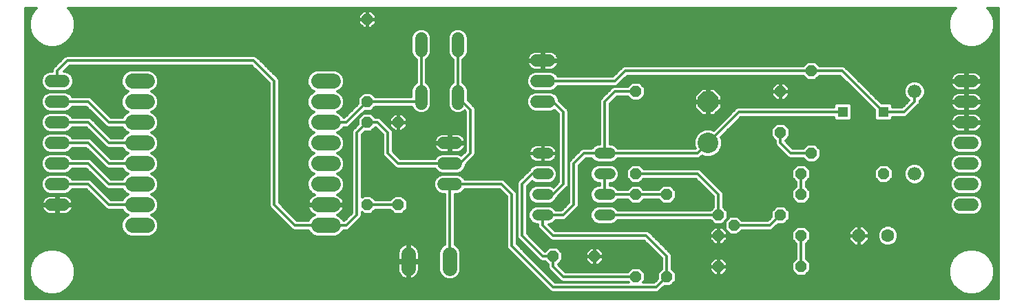
<source format=gbl>
G75*
%MOIN*%
%OFA0B0*%
%FSLAX25Y25*%
%IPPOS*%
%LPD*%
%AMOC8*
5,1,8,0,0,1.08239X$1,22.5*
%
%ADD10C,0.10000*%
%ADD11OC8,0.10000*%
%ADD12OC8,0.05200*%
%ADD13OC8,0.06300*%
%ADD14C,0.06300*%
%ADD15C,0.06600*%
%ADD16C,0.05200*%
%ADD17C,0.06000*%
%ADD18R,0.05150X0.05150*%
%ADD19C,0.07200*%
%ADD20C,0.07050*%
%ADD21C,0.01200*%
D10*
X0336600Y0081600D03*
D11*
X0336600Y0101600D03*
D12*
X0301600Y0106600D03*
X0371600Y0106600D03*
X0386600Y0116600D03*
X0371600Y0086600D03*
X0386600Y0076600D03*
X0381600Y0066600D03*
X0381600Y0056600D03*
X0371600Y0046600D03*
X0349100Y0041600D03*
X0341600Y0046600D03*
X0316600Y0056600D03*
X0301600Y0056600D03*
X0301600Y0066600D03*
X0341600Y0036600D03*
X0381600Y0036600D03*
X0381600Y0021600D03*
X0341600Y0021600D03*
X0316600Y0016600D03*
X0301600Y0016600D03*
X0281600Y0026600D03*
X0261600Y0026600D03*
X0186600Y0051600D03*
X0171600Y0051600D03*
X0171600Y0091600D03*
X0186600Y0091600D03*
X0171600Y0101600D03*
X0171600Y0141600D03*
X0421600Y0066600D03*
D13*
X0409600Y0036600D03*
D14*
X0423600Y0036600D03*
D15*
X0436600Y0066600D03*
X0436600Y0106600D03*
D16*
X0289200Y0076600D02*
X0284000Y0076600D01*
X0259200Y0076600D02*
X0254000Y0076600D01*
X0254000Y0066600D02*
X0259200Y0066600D01*
X0284000Y0066600D02*
X0289200Y0066600D01*
X0289200Y0056600D02*
X0284000Y0056600D01*
X0259200Y0056600D02*
X0254000Y0056600D01*
X0254000Y0046600D02*
X0259200Y0046600D01*
X0284000Y0046600D02*
X0289200Y0046600D01*
D17*
X0214600Y0061600D02*
X0208600Y0061600D01*
X0208600Y0071600D02*
X0214600Y0071600D01*
X0214600Y0081600D02*
X0208600Y0081600D01*
X0215500Y0100800D02*
X0215500Y0106800D01*
X0197700Y0106800D02*
X0197700Y0100800D01*
X0253600Y0101600D02*
X0259600Y0101600D01*
X0259600Y0111600D02*
X0253600Y0111600D01*
X0253600Y0121600D02*
X0259600Y0121600D01*
X0215500Y0126400D02*
X0215500Y0132400D01*
X0197700Y0132400D02*
X0197700Y0126400D01*
X0024600Y0111600D02*
X0018600Y0111600D01*
X0018600Y0101600D02*
X0024600Y0101600D01*
X0024600Y0091600D02*
X0018600Y0091600D01*
X0018600Y0081600D02*
X0024600Y0081600D01*
X0024600Y0071600D02*
X0018600Y0071600D01*
X0018600Y0061600D02*
X0024600Y0061600D01*
X0024600Y0051600D02*
X0018600Y0051600D01*
X0458600Y0051600D02*
X0464600Y0051600D01*
X0464600Y0061600D02*
X0458600Y0061600D01*
X0458600Y0071600D02*
X0464600Y0071600D01*
X0464600Y0081600D02*
X0458600Y0081600D01*
X0458600Y0091600D02*
X0464600Y0091600D01*
X0464600Y0101600D02*
X0458600Y0101600D01*
X0458600Y0111600D02*
X0464600Y0111600D01*
D18*
X0421443Y0096600D03*
X0401757Y0096600D03*
D19*
X0155200Y0091600D02*
X0148000Y0091600D01*
X0148000Y0081600D02*
X0155200Y0081600D01*
X0155200Y0071600D02*
X0148000Y0071600D01*
X0148000Y0061600D02*
X0155200Y0061600D01*
X0155200Y0051600D02*
X0148000Y0051600D01*
X0148000Y0041600D02*
X0155200Y0041600D01*
X0065200Y0041600D02*
X0058000Y0041600D01*
X0058000Y0051600D02*
X0065200Y0051600D01*
X0065200Y0061600D02*
X0058000Y0061600D01*
X0058000Y0071600D02*
X0065200Y0071600D01*
X0065200Y0081600D02*
X0058000Y0081600D01*
X0058000Y0091600D02*
X0065200Y0091600D01*
X0065200Y0101600D02*
X0058000Y0101600D01*
X0058000Y0111600D02*
X0065200Y0111600D01*
X0148000Y0111600D02*
X0155200Y0111600D01*
X0155200Y0101600D02*
X0148000Y0101600D01*
D20*
X0191600Y0027625D02*
X0191600Y0020575D01*
X0211600Y0020575D02*
X0211600Y0027625D01*
D21*
X0006200Y0006200D02*
X0006200Y0147000D01*
X0011373Y0147000D01*
X0010258Y0145885D01*
X0008803Y0143365D01*
X0008050Y0140555D01*
X0008050Y0137645D01*
X0008803Y0134835D01*
X0010258Y0132315D01*
X0012315Y0130258D01*
X0014835Y0128803D01*
X0017645Y0128050D01*
X0020555Y0128050D01*
X0023365Y0128803D01*
X0025885Y0130258D01*
X0027942Y0132315D01*
X0029397Y0134835D01*
X0030150Y0137645D01*
X0030150Y0140555D01*
X0029397Y0143365D01*
X0027942Y0145885D01*
X0026827Y0147000D01*
X0456373Y0147000D01*
X0455258Y0145885D01*
X0453803Y0143365D01*
X0453050Y0140555D01*
X0453050Y0137645D01*
X0453803Y0134835D01*
X0455258Y0132315D01*
X0457315Y0130258D01*
X0459835Y0128803D01*
X0462645Y0128050D01*
X0465555Y0128050D01*
X0468365Y0128803D01*
X0470885Y0130258D01*
X0472942Y0132315D01*
X0474397Y0134835D01*
X0475150Y0137645D01*
X0475150Y0140555D01*
X0474397Y0143365D01*
X0472942Y0145885D01*
X0471827Y0147000D01*
X0477000Y0147000D01*
X0477000Y0006200D01*
X0006200Y0006200D01*
X0006200Y0006394D02*
X0477000Y0006394D01*
X0477000Y0007593D02*
X0006200Y0007593D01*
X0006200Y0008791D02*
X0014880Y0008791D01*
X0014835Y0008803D02*
X0017645Y0008050D01*
X0020555Y0008050D01*
X0023365Y0008803D01*
X0025885Y0010258D01*
X0027942Y0012315D01*
X0029397Y0014835D01*
X0030150Y0017645D01*
X0030150Y0020555D01*
X0029397Y0023365D01*
X0027942Y0025885D01*
X0025885Y0027942D01*
X0023365Y0029397D01*
X0020555Y0030150D01*
X0017645Y0030150D01*
X0014835Y0029397D01*
X0012315Y0027942D01*
X0010258Y0025885D01*
X0008803Y0023365D01*
X0008050Y0020555D01*
X0008050Y0017645D01*
X0008803Y0014835D01*
X0010258Y0012315D01*
X0012315Y0010258D01*
X0014835Y0008803D01*
X0012780Y0009990D02*
X0006200Y0009990D01*
X0006200Y0011188D02*
X0011385Y0011188D01*
X0010217Y0012387D02*
X0006200Y0012387D01*
X0006200Y0013585D02*
X0009525Y0013585D01*
X0008833Y0014784D02*
X0006200Y0014784D01*
X0006200Y0015982D02*
X0008496Y0015982D01*
X0008174Y0017181D02*
X0006200Y0017181D01*
X0006200Y0018379D02*
X0008050Y0018379D01*
X0008050Y0019578D02*
X0006200Y0019578D01*
X0006200Y0020776D02*
X0008109Y0020776D01*
X0008430Y0021975D02*
X0006200Y0021975D01*
X0006200Y0023173D02*
X0008752Y0023173D01*
X0009384Y0024372D02*
X0006200Y0024372D01*
X0006200Y0025570D02*
X0010076Y0025570D01*
X0011142Y0026769D02*
X0006200Y0026769D01*
X0006200Y0027967D02*
X0012359Y0027967D01*
X0014434Y0029166D02*
X0006200Y0029166D01*
X0006200Y0030364D02*
X0187255Y0030364D01*
X0187217Y0030311D02*
X0186850Y0029592D01*
X0186601Y0028825D01*
X0186475Y0028028D01*
X0186475Y0024675D01*
X0191025Y0024675D01*
X0191025Y0032723D01*
X0190400Y0032624D01*
X0189633Y0032375D01*
X0188914Y0032008D01*
X0188261Y0031534D01*
X0187691Y0030964D01*
X0187217Y0030311D01*
X0186712Y0029166D02*
X0023766Y0029166D01*
X0025841Y0027967D02*
X0186475Y0027967D01*
X0186475Y0026769D02*
X0027058Y0026769D01*
X0028124Y0025570D02*
X0186475Y0025570D01*
X0186475Y0023525D02*
X0186475Y0020172D01*
X0186601Y0019375D01*
X0186850Y0018608D01*
X0187217Y0017889D01*
X0187691Y0017236D01*
X0188261Y0016666D01*
X0188914Y0016192D01*
X0189633Y0015825D01*
X0190400Y0015576D01*
X0191025Y0015477D01*
X0191025Y0023525D01*
X0186475Y0023525D01*
X0186475Y0023173D02*
X0029448Y0023173D01*
X0029770Y0021975D02*
X0186475Y0021975D01*
X0186475Y0020776D02*
X0030091Y0020776D01*
X0030150Y0019578D02*
X0186569Y0019578D01*
X0186967Y0018379D02*
X0030150Y0018379D01*
X0030025Y0017181D02*
X0187747Y0017181D01*
X0189325Y0015982D02*
X0029704Y0015982D01*
X0029367Y0014784D02*
X0255022Y0014784D01*
X0253824Y0015982D02*
X0214427Y0015982D01*
X0214616Y0016061D02*
X0216114Y0017559D01*
X0216925Y0019516D01*
X0216925Y0028684D01*
X0216114Y0030641D01*
X0214616Y0032139D01*
X0214000Y0032395D01*
X0214000Y0056800D01*
X0215555Y0056800D01*
X0217319Y0057531D01*
X0218669Y0058881D01*
X0218801Y0059200D01*
X0235606Y0059200D01*
X0239200Y0055606D01*
X0239200Y0031123D01*
X0239565Y0030241D01*
X0260241Y0009565D01*
X0261123Y0009200D01*
X0312077Y0009200D01*
X0312959Y0009565D01*
X0315594Y0012200D01*
X0318423Y0012200D01*
X0321000Y0014777D01*
X0321000Y0018423D01*
X0319000Y0020423D01*
X0319000Y0027077D01*
X0318635Y0027959D01*
X0308635Y0037959D01*
X0307959Y0038635D01*
X0307077Y0039000D01*
X0262594Y0039000D01*
X0259394Y0042200D01*
X0260075Y0042200D01*
X0261692Y0042870D01*
X0262930Y0044108D01*
X0262968Y0044200D01*
X0267077Y0044200D01*
X0267959Y0044565D01*
X0272959Y0049565D01*
X0273635Y0050241D01*
X0274000Y0051123D01*
X0274000Y0070606D01*
X0277594Y0074200D01*
X0280232Y0074200D01*
X0280270Y0074108D01*
X0281508Y0072870D01*
X0283125Y0072200D01*
X0290075Y0072200D01*
X0291692Y0072870D01*
X0292930Y0074108D01*
X0292968Y0074200D01*
X0332077Y0074200D01*
X0332959Y0074565D01*
X0333795Y0075401D01*
X0335247Y0074800D01*
X0337953Y0074800D01*
X0340452Y0075835D01*
X0342365Y0077748D01*
X0343400Y0080247D01*
X0343400Y0082953D01*
X0342799Y0084404D01*
X0352594Y0094200D01*
X0397383Y0094200D01*
X0397383Y0093280D01*
X0398437Y0092225D01*
X0405078Y0092225D01*
X0406132Y0093280D01*
X0406132Y0099920D01*
X0405078Y0100975D01*
X0398437Y0100975D01*
X0397383Y0099920D01*
X0397383Y0099000D01*
X0351123Y0099000D01*
X0350241Y0098635D01*
X0349565Y0097959D01*
X0339404Y0087799D01*
X0337953Y0088400D01*
X0335247Y0088400D01*
X0332748Y0087365D01*
X0330835Y0085452D01*
X0329800Y0082953D01*
X0329800Y0080247D01*
X0330317Y0079000D01*
X0292968Y0079000D01*
X0292930Y0079092D01*
X0291692Y0080330D01*
X0290075Y0081000D01*
X0289000Y0081000D01*
X0289000Y0100606D01*
X0292594Y0104200D01*
X0297777Y0104200D01*
X0299777Y0102200D01*
X0303423Y0102200D01*
X0306000Y0104777D01*
X0306000Y0108423D01*
X0303423Y0111000D01*
X0299777Y0111000D01*
X0297777Y0109000D01*
X0291123Y0109000D01*
X0290241Y0108635D01*
X0289565Y0107959D01*
X0284565Y0102959D01*
X0284200Y0102077D01*
X0284200Y0081000D01*
X0283125Y0081000D01*
X0281508Y0080330D01*
X0280270Y0079092D01*
X0280232Y0079000D01*
X0276123Y0079000D01*
X0275241Y0078635D01*
X0274565Y0077959D01*
X0269565Y0072959D01*
X0269200Y0072077D01*
X0269200Y0052594D01*
X0265606Y0049000D01*
X0262968Y0049000D01*
X0262930Y0049092D01*
X0261692Y0050330D01*
X0260075Y0051000D01*
X0253125Y0051000D01*
X0251508Y0050330D01*
X0250270Y0049092D01*
X0249600Y0047475D01*
X0249600Y0045725D01*
X0250270Y0044108D01*
X0251508Y0042870D01*
X0253125Y0042200D01*
X0254200Y0042200D01*
X0254200Y0041123D01*
X0254565Y0040241D01*
X0255241Y0039565D01*
X0260241Y0034565D01*
X0261123Y0034200D01*
X0305606Y0034200D01*
X0314200Y0025606D01*
X0314200Y0020423D01*
X0312200Y0018423D01*
X0312200Y0015594D01*
X0310606Y0014000D01*
X0305223Y0014000D01*
X0306000Y0014777D01*
X0306000Y0018423D01*
X0303423Y0021000D01*
X0299777Y0021000D01*
X0297777Y0019000D01*
X0267594Y0019000D01*
X0264000Y0022594D01*
X0264000Y0022777D01*
X0266000Y0024777D01*
X0266000Y0028423D01*
X0263423Y0031000D01*
X0259777Y0031000D01*
X0257777Y0029000D01*
X0257594Y0029000D01*
X0249000Y0037594D01*
X0249000Y0060606D01*
X0251386Y0062992D01*
X0251508Y0062870D01*
X0253125Y0062200D01*
X0260075Y0062200D01*
X0261692Y0062870D01*
X0262930Y0064108D01*
X0263600Y0065725D01*
X0263600Y0067475D01*
X0262930Y0069092D01*
X0261692Y0070330D01*
X0260075Y0071000D01*
X0253125Y0071000D01*
X0251508Y0070330D01*
X0250270Y0069092D01*
X0249967Y0068361D01*
X0249565Y0067959D01*
X0244565Y0062959D01*
X0244200Y0062077D01*
X0244200Y0036123D01*
X0244565Y0035241D01*
X0245241Y0034565D01*
X0255241Y0024565D01*
X0256123Y0024200D01*
X0257777Y0024200D01*
X0259200Y0022777D01*
X0259200Y0021123D01*
X0259565Y0020241D01*
X0260241Y0019565D01*
X0264565Y0015241D01*
X0265241Y0014565D01*
X0266123Y0014200D01*
X0297777Y0014200D01*
X0297977Y0014000D01*
X0262594Y0014000D01*
X0244000Y0032594D01*
X0244000Y0057077D01*
X0243635Y0057959D01*
X0242959Y0058635D01*
X0237959Y0063635D01*
X0237077Y0064000D01*
X0218801Y0064000D01*
X0218669Y0064319D01*
X0217319Y0065669D01*
X0215555Y0066400D01*
X0207645Y0066400D01*
X0205881Y0065669D01*
X0204531Y0064319D01*
X0203800Y0062555D01*
X0203800Y0060645D01*
X0204531Y0058881D01*
X0205881Y0057531D01*
X0207645Y0056800D01*
X0209200Y0056800D01*
X0209200Y0032395D01*
X0208584Y0032139D01*
X0207086Y0030641D01*
X0206275Y0028684D01*
X0206275Y0019516D01*
X0207086Y0017559D01*
X0208584Y0016061D01*
X0210541Y0015250D01*
X0212659Y0015250D01*
X0214616Y0016061D01*
X0215736Y0017181D02*
X0252625Y0017181D01*
X0251427Y0018379D02*
X0216454Y0018379D01*
X0216925Y0019578D02*
X0250228Y0019578D01*
X0249030Y0020776D02*
X0216925Y0020776D01*
X0216925Y0021975D02*
X0247831Y0021975D01*
X0246633Y0023173D02*
X0216925Y0023173D01*
X0216925Y0024372D02*
X0245434Y0024372D01*
X0244236Y0025570D02*
X0216925Y0025570D01*
X0216925Y0026769D02*
X0243037Y0026769D01*
X0241839Y0027967D02*
X0216925Y0027967D01*
X0216726Y0029166D02*
X0240640Y0029166D01*
X0239514Y0030364D02*
X0216229Y0030364D01*
X0215193Y0031563D02*
X0239200Y0031563D01*
X0239200Y0032761D02*
X0214000Y0032761D01*
X0214000Y0033960D02*
X0239200Y0033960D01*
X0239200Y0035158D02*
X0214000Y0035158D01*
X0214000Y0036357D02*
X0239200Y0036357D01*
X0239200Y0037555D02*
X0214000Y0037555D01*
X0214000Y0038754D02*
X0239200Y0038754D01*
X0239200Y0039952D02*
X0214000Y0039952D01*
X0214000Y0041151D02*
X0239200Y0041151D01*
X0239200Y0042349D02*
X0214000Y0042349D01*
X0214000Y0043548D02*
X0239200Y0043548D01*
X0239200Y0044746D02*
X0214000Y0044746D01*
X0214000Y0045945D02*
X0239200Y0045945D01*
X0239200Y0047143D02*
X0214000Y0047143D01*
X0214000Y0048342D02*
X0239200Y0048342D01*
X0239200Y0049540D02*
X0214000Y0049540D01*
X0214000Y0050739D02*
X0239200Y0050739D01*
X0239200Y0051937D02*
X0214000Y0051937D01*
X0214000Y0053136D02*
X0239200Y0053136D01*
X0239200Y0054334D02*
X0214000Y0054334D01*
X0214000Y0055533D02*
X0239200Y0055533D01*
X0238074Y0056732D02*
X0214000Y0056732D01*
X0217718Y0057930D02*
X0236876Y0057930D01*
X0235677Y0059129D02*
X0218772Y0059129D01*
X0212479Y0061600D02*
X0211600Y0060721D01*
X0211600Y0024100D01*
X0206275Y0024372D02*
X0192175Y0024372D01*
X0192175Y0024675D02*
X0192175Y0023525D01*
X0196725Y0023525D01*
X0196725Y0020172D01*
X0196599Y0019375D01*
X0196350Y0018608D01*
X0195983Y0017889D01*
X0195509Y0017236D01*
X0194939Y0016666D01*
X0194286Y0016192D01*
X0193567Y0015825D01*
X0192800Y0015576D01*
X0192175Y0015477D01*
X0192175Y0023525D01*
X0191025Y0023525D01*
X0191025Y0024675D01*
X0192175Y0024675D01*
X0192175Y0032723D01*
X0192800Y0032624D01*
X0193567Y0032375D01*
X0194286Y0032008D01*
X0194939Y0031534D01*
X0195509Y0030964D01*
X0195983Y0030311D01*
X0196350Y0029592D01*
X0196599Y0028825D01*
X0196725Y0028028D01*
X0196725Y0024675D01*
X0192175Y0024675D01*
X0192175Y0025570D02*
X0191025Y0025570D01*
X0191025Y0024372D02*
X0028816Y0024372D01*
X0006200Y0031563D02*
X0188301Y0031563D01*
X0191025Y0031563D02*
X0192175Y0031563D01*
X0192175Y0030364D02*
X0191025Y0030364D01*
X0191025Y0029166D02*
X0192175Y0029166D01*
X0192175Y0027967D02*
X0191025Y0027967D01*
X0191025Y0026769D02*
X0192175Y0026769D01*
X0196725Y0026769D02*
X0206275Y0026769D01*
X0206275Y0027967D02*
X0196725Y0027967D01*
X0196488Y0029166D02*
X0206474Y0029166D01*
X0206971Y0030364D02*
X0195945Y0030364D01*
X0194899Y0031563D02*
X0208007Y0031563D01*
X0209200Y0032761D02*
X0006200Y0032761D01*
X0006200Y0033960D02*
X0209200Y0033960D01*
X0209200Y0035158D02*
X0006200Y0035158D01*
X0006200Y0036357D02*
X0056547Y0036357D01*
X0056926Y0036200D02*
X0066274Y0036200D01*
X0068259Y0037022D01*
X0069778Y0038541D01*
X0070600Y0040526D01*
X0070600Y0042674D01*
X0069778Y0044659D01*
X0068259Y0046178D01*
X0067240Y0046600D01*
X0068259Y0047022D01*
X0069778Y0048541D01*
X0070600Y0050526D01*
X0070600Y0052674D01*
X0069778Y0054659D01*
X0068259Y0056178D01*
X0067240Y0056600D01*
X0068259Y0057022D01*
X0069778Y0058541D01*
X0070600Y0060526D01*
X0070600Y0062674D01*
X0069778Y0064659D01*
X0068259Y0066178D01*
X0067240Y0066600D01*
X0068259Y0067022D01*
X0069778Y0068541D01*
X0070600Y0070526D01*
X0070600Y0072674D01*
X0069778Y0074659D01*
X0068259Y0076178D01*
X0067240Y0076600D01*
X0068259Y0077022D01*
X0069778Y0078541D01*
X0070600Y0080526D01*
X0070600Y0082674D01*
X0069778Y0084659D01*
X0068259Y0086178D01*
X0067240Y0086600D01*
X0068259Y0087022D01*
X0069778Y0088541D01*
X0070600Y0090526D01*
X0070600Y0092674D01*
X0069778Y0094659D01*
X0068259Y0096178D01*
X0067240Y0096600D01*
X0068259Y0097022D01*
X0069778Y0098541D01*
X0070600Y0100526D01*
X0070600Y0102674D01*
X0069778Y0104659D01*
X0068259Y0106178D01*
X0067240Y0106600D01*
X0068259Y0107022D01*
X0069778Y0108541D01*
X0070600Y0110526D01*
X0070600Y0112674D01*
X0069778Y0114659D01*
X0068259Y0116178D01*
X0066274Y0117000D01*
X0056926Y0117000D01*
X0054941Y0116178D01*
X0053422Y0114659D01*
X0052600Y0112674D01*
X0052600Y0110526D01*
X0053422Y0108541D01*
X0054941Y0107022D01*
X0055960Y0106600D01*
X0054941Y0106178D01*
X0053422Y0104659D01*
X0052600Y0102674D01*
X0052600Y0100526D01*
X0053422Y0098541D01*
X0054941Y0097022D01*
X0055960Y0096600D01*
X0054941Y0096178D01*
X0053422Y0094659D01*
X0053149Y0094000D01*
X0047594Y0094000D01*
X0037959Y0103635D01*
X0037077Y0104000D01*
X0028801Y0104000D01*
X0028669Y0104319D01*
X0027319Y0105669D01*
X0025555Y0106400D01*
X0017645Y0106400D01*
X0015881Y0105669D01*
X0014531Y0104319D01*
X0013800Y0102555D01*
X0013800Y0100645D01*
X0014531Y0098881D01*
X0015881Y0097531D01*
X0017645Y0096800D01*
X0025555Y0096800D01*
X0027319Y0097531D01*
X0028669Y0098881D01*
X0028801Y0099200D01*
X0035606Y0099200D01*
X0044565Y0090241D01*
X0045241Y0089565D01*
X0046123Y0089200D01*
X0053149Y0089200D01*
X0053422Y0088541D01*
X0054941Y0087022D01*
X0055960Y0086600D01*
X0054941Y0086178D01*
X0053422Y0084659D01*
X0053149Y0084000D01*
X0047594Y0084000D01*
X0038635Y0092959D01*
X0038635Y0092959D01*
X0037959Y0093635D01*
X0037077Y0094000D01*
X0028801Y0094000D01*
X0028669Y0094319D01*
X0027319Y0095669D01*
X0025555Y0096400D01*
X0017645Y0096400D01*
X0015881Y0095669D01*
X0014531Y0094319D01*
X0013800Y0092555D01*
X0013800Y0090645D01*
X0014531Y0088881D01*
X0015881Y0087531D01*
X0017645Y0086800D01*
X0025555Y0086800D01*
X0027319Y0087531D01*
X0028669Y0088881D01*
X0028801Y0089200D01*
X0035606Y0089200D01*
X0044565Y0080241D01*
X0044565Y0080241D01*
X0045241Y0079565D01*
X0046123Y0079200D01*
X0053149Y0079200D01*
X0053422Y0078541D01*
X0054941Y0077022D01*
X0055960Y0076600D01*
X0054941Y0076178D01*
X0053422Y0074659D01*
X0053149Y0074000D01*
X0047594Y0074000D01*
X0037959Y0083635D01*
X0037077Y0084000D01*
X0028801Y0084000D01*
X0028669Y0084319D01*
X0027319Y0085669D01*
X0025555Y0086400D01*
X0017645Y0086400D01*
X0015881Y0085669D01*
X0014531Y0084319D01*
X0013800Y0082555D01*
X0013800Y0080645D01*
X0014531Y0078881D01*
X0015881Y0077531D01*
X0017645Y0076800D01*
X0025555Y0076800D01*
X0027319Y0077531D01*
X0028669Y0078881D01*
X0028801Y0079200D01*
X0035606Y0079200D01*
X0044565Y0070241D01*
X0045241Y0069565D01*
X0046123Y0069200D01*
X0053149Y0069200D01*
X0053422Y0068541D01*
X0054941Y0067022D01*
X0055960Y0066600D01*
X0054941Y0066178D01*
X0053422Y0064659D01*
X0053149Y0064000D01*
X0047594Y0064000D01*
X0037959Y0073635D01*
X0037077Y0074000D01*
X0028801Y0074000D01*
X0028669Y0074319D01*
X0027319Y0075669D01*
X0025555Y0076400D01*
X0017645Y0076400D01*
X0015881Y0075669D01*
X0014531Y0074319D01*
X0013800Y0072555D01*
X0013800Y0070645D01*
X0014531Y0068881D01*
X0015881Y0067531D01*
X0017645Y0066800D01*
X0025555Y0066800D01*
X0027319Y0067531D01*
X0028669Y0068881D01*
X0028801Y0069200D01*
X0035606Y0069200D01*
X0044565Y0060241D01*
X0045241Y0059565D01*
X0046123Y0059200D01*
X0053149Y0059200D01*
X0053422Y0058541D01*
X0054941Y0057022D01*
X0055960Y0056600D01*
X0054941Y0056178D01*
X0053422Y0054659D01*
X0053149Y0054000D01*
X0047594Y0054000D01*
X0037959Y0063635D01*
X0037077Y0064000D01*
X0028801Y0064000D01*
X0028669Y0064319D01*
X0027319Y0065669D01*
X0025555Y0066400D01*
X0017645Y0066400D01*
X0015881Y0065669D01*
X0014531Y0064319D01*
X0013800Y0062555D01*
X0013800Y0060645D01*
X0014531Y0058881D01*
X0015881Y0057531D01*
X0017645Y0056800D01*
X0025555Y0056800D01*
X0027319Y0057531D01*
X0028669Y0058881D01*
X0028801Y0059200D01*
X0035606Y0059200D01*
X0045241Y0049565D01*
X0046123Y0049200D01*
X0053149Y0049200D01*
X0053422Y0048541D01*
X0054941Y0047022D01*
X0055960Y0046600D01*
X0054941Y0046178D01*
X0053422Y0044659D01*
X0052600Y0042674D01*
X0052600Y0040526D01*
X0053422Y0038541D01*
X0054941Y0037022D01*
X0056926Y0036200D01*
X0054408Y0037555D02*
X0006200Y0037555D01*
X0006200Y0038754D02*
X0053334Y0038754D01*
X0052838Y0039952D02*
X0006200Y0039952D01*
X0006200Y0041151D02*
X0052600Y0041151D01*
X0052600Y0042349D02*
X0006200Y0042349D01*
X0006200Y0043548D02*
X0052962Y0043548D01*
X0053510Y0044746D02*
X0006200Y0044746D01*
X0006200Y0045945D02*
X0054708Y0045945D01*
X0054820Y0047143D02*
X0025770Y0047143D01*
X0025677Y0047113D02*
X0026366Y0047337D01*
X0027011Y0047666D01*
X0027597Y0048091D01*
X0028109Y0048603D01*
X0028534Y0049189D01*
X0028863Y0049834D01*
X0029087Y0050523D01*
X0029194Y0051200D01*
X0022000Y0051200D01*
X0022000Y0052000D01*
X0021200Y0052000D01*
X0021200Y0056200D01*
X0018238Y0056200D01*
X0017523Y0056087D01*
X0016834Y0055863D01*
X0016189Y0055534D01*
X0015603Y0055109D01*
X0015091Y0054597D01*
X0014666Y0054011D01*
X0014337Y0053366D01*
X0014113Y0052677D01*
X0014006Y0052000D01*
X0021200Y0052000D01*
X0021200Y0051200D01*
X0022000Y0051200D01*
X0022000Y0047000D01*
X0024962Y0047000D01*
X0025677Y0047113D01*
X0027847Y0048342D02*
X0053621Y0048342D01*
X0046600Y0051600D02*
X0036600Y0061600D01*
X0021600Y0061600D01*
X0027867Y0065121D02*
X0039685Y0065121D01*
X0040883Y0063923D02*
X0037264Y0063923D01*
X0038870Y0062724D02*
X0042082Y0062724D01*
X0043280Y0061526D02*
X0040069Y0061526D01*
X0041267Y0060327D02*
X0044479Y0060327D01*
X0042466Y0059129D02*
X0053179Y0059129D01*
X0054033Y0057930D02*
X0043664Y0057930D01*
X0044863Y0056732D02*
X0055643Y0056732D01*
X0054296Y0055533D02*
X0046061Y0055533D01*
X0047260Y0054334D02*
X0053288Y0054334D01*
X0046600Y0051600D02*
X0061600Y0051600D01*
X0069579Y0048342D02*
X0126464Y0048342D01*
X0125265Y0049540D02*
X0070192Y0049540D01*
X0070600Y0050739D02*
X0124359Y0050739D01*
X0124200Y0051123D02*
X0124565Y0050241D01*
X0125241Y0049565D01*
X0135241Y0039565D01*
X0136123Y0039200D01*
X0143149Y0039200D01*
X0143422Y0038541D01*
X0144941Y0037022D01*
X0146926Y0036200D01*
X0156274Y0036200D01*
X0158259Y0037022D01*
X0159778Y0038541D01*
X0160051Y0039200D01*
X0162077Y0039200D01*
X0162959Y0039565D01*
X0167959Y0044565D01*
X0168635Y0045241D01*
X0169000Y0046123D01*
X0169000Y0047977D01*
X0169777Y0047200D01*
X0173423Y0047200D01*
X0175423Y0049200D01*
X0182777Y0049200D01*
X0184777Y0047200D01*
X0188423Y0047200D01*
X0191000Y0049777D01*
X0191000Y0053423D01*
X0188423Y0056000D01*
X0184777Y0056000D01*
X0182777Y0054000D01*
X0175423Y0054000D01*
X0173423Y0056000D01*
X0169777Y0056000D01*
X0169000Y0055223D01*
X0169000Y0085606D01*
X0170594Y0087200D01*
X0173423Y0087200D01*
X0175423Y0089200D01*
X0175606Y0089200D01*
X0179200Y0085606D01*
X0179200Y0076123D01*
X0179565Y0075241D01*
X0184565Y0070241D01*
X0185241Y0069565D01*
X0186123Y0069200D01*
X0204399Y0069200D01*
X0204531Y0068881D01*
X0205881Y0067531D01*
X0207645Y0066800D01*
X0215555Y0066800D01*
X0217319Y0067531D01*
X0218669Y0068881D01*
X0219400Y0070645D01*
X0219400Y0071006D01*
X0222959Y0074565D01*
X0223635Y0075241D01*
X0224000Y0076123D01*
X0224000Y0098245D01*
X0223635Y0099127D01*
X0220300Y0102462D01*
X0220300Y0107755D01*
X0219569Y0109519D01*
X0218219Y0110869D01*
X0217900Y0111001D01*
X0217900Y0122199D01*
X0218219Y0122331D01*
X0219569Y0123681D01*
X0220300Y0125445D01*
X0220300Y0133355D01*
X0219569Y0135119D01*
X0218219Y0136469D01*
X0216455Y0137200D01*
X0214545Y0137200D01*
X0212781Y0136469D01*
X0211431Y0135119D01*
X0210700Y0133355D01*
X0210700Y0125445D01*
X0211431Y0123681D01*
X0212781Y0122331D01*
X0213100Y0122199D01*
X0213100Y0111001D01*
X0212781Y0110869D01*
X0211431Y0109519D01*
X0210700Y0107755D01*
X0210700Y0099845D01*
X0211431Y0098081D01*
X0212781Y0096731D01*
X0214545Y0096000D01*
X0216455Y0096000D01*
X0218219Y0096731D01*
X0218731Y0097243D01*
X0219200Y0096773D01*
X0219200Y0077594D01*
X0217288Y0075682D01*
X0215555Y0076400D01*
X0207645Y0076400D01*
X0205881Y0075669D01*
X0204531Y0074319D01*
X0204399Y0074000D01*
X0187594Y0074000D01*
X0184000Y0077594D01*
X0184000Y0087077D01*
X0183635Y0087959D01*
X0182959Y0088635D01*
X0177959Y0093635D01*
X0177077Y0094000D01*
X0175423Y0094000D01*
X0173423Y0096000D01*
X0169777Y0096000D01*
X0167200Y0093423D01*
X0167200Y0090594D01*
X0164565Y0087959D01*
X0164200Y0087077D01*
X0164200Y0047594D01*
X0160606Y0044000D01*
X0160051Y0044000D01*
X0159778Y0044659D01*
X0158259Y0046178D01*
X0156976Y0046709D01*
X0157196Y0046781D01*
X0157925Y0047153D01*
X0158588Y0047634D01*
X0159166Y0048212D01*
X0159647Y0048875D01*
X0160019Y0049604D01*
X0160272Y0050382D01*
X0160400Y0051191D01*
X0160400Y0051200D01*
X0152000Y0051200D01*
X0152000Y0052000D01*
X0160400Y0052000D01*
X0160400Y0052009D01*
X0160272Y0052818D01*
X0160019Y0053596D01*
X0159647Y0054325D01*
X0159166Y0054988D01*
X0158588Y0055566D01*
X0157925Y0056047D01*
X0157196Y0056419D01*
X0156976Y0056491D01*
X0158259Y0057022D01*
X0159778Y0058541D01*
X0160600Y0060526D01*
X0160600Y0062674D01*
X0159778Y0064659D01*
X0158259Y0066178D01*
X0157240Y0066600D01*
X0158259Y0067022D01*
X0159778Y0068541D01*
X0160600Y0070526D01*
X0160600Y0072674D01*
X0159778Y0074659D01*
X0158259Y0076178D01*
X0157240Y0076600D01*
X0158259Y0077022D01*
X0159778Y0078541D01*
X0160600Y0080526D01*
X0160600Y0082674D01*
X0159778Y0084659D01*
X0158259Y0086178D01*
X0157240Y0086600D01*
X0158259Y0087022D01*
X0159778Y0088541D01*
X0160051Y0089200D01*
X0162077Y0089200D01*
X0162959Y0089565D01*
X0170594Y0097200D01*
X0173423Y0097200D01*
X0175423Y0099200D01*
X0193167Y0099200D01*
X0193631Y0098081D01*
X0194981Y0096731D01*
X0196745Y0096000D01*
X0198655Y0096000D01*
X0200419Y0096731D01*
X0201769Y0098081D01*
X0202500Y0099845D01*
X0202500Y0107755D01*
X0201769Y0109519D01*
X0200419Y0110869D01*
X0200100Y0111001D01*
X0200100Y0122199D01*
X0200419Y0122331D01*
X0201769Y0123681D01*
X0202500Y0125445D01*
X0202500Y0133355D01*
X0201769Y0135119D01*
X0200419Y0136469D01*
X0198655Y0137200D01*
X0196745Y0137200D01*
X0194981Y0136469D01*
X0193631Y0135119D01*
X0192900Y0133355D01*
X0192900Y0125445D01*
X0193631Y0123681D01*
X0194981Y0122331D01*
X0195300Y0122199D01*
X0195300Y0111001D01*
X0194981Y0110869D01*
X0193631Y0109519D01*
X0192900Y0107755D01*
X0192900Y0104000D01*
X0175423Y0104000D01*
X0173423Y0106000D01*
X0169777Y0106000D01*
X0167200Y0103423D01*
X0167200Y0100594D01*
X0160606Y0094000D01*
X0160051Y0094000D01*
X0159778Y0094659D01*
X0158259Y0096178D01*
X0157240Y0096600D01*
X0158259Y0097022D01*
X0159778Y0098541D01*
X0160600Y0100526D01*
X0160600Y0102674D01*
X0159778Y0104659D01*
X0158259Y0106178D01*
X0157240Y0106600D01*
X0158259Y0107022D01*
X0159778Y0108541D01*
X0160600Y0110526D01*
X0160600Y0112674D01*
X0159778Y0114659D01*
X0158259Y0116178D01*
X0156274Y0117000D01*
X0146926Y0117000D01*
X0144941Y0116178D01*
X0143422Y0114659D01*
X0142600Y0112674D01*
X0142600Y0110526D01*
X0143422Y0108541D01*
X0144941Y0107022D01*
X0145960Y0106600D01*
X0144941Y0106178D01*
X0143422Y0104659D01*
X0142600Y0102674D01*
X0142600Y0100526D01*
X0143422Y0098541D01*
X0144941Y0097022D01*
X0145960Y0096600D01*
X0144941Y0096178D01*
X0143422Y0094659D01*
X0142600Y0092674D01*
X0142600Y0090526D01*
X0143422Y0088541D01*
X0144941Y0087022D01*
X0145960Y0086600D01*
X0144941Y0086178D01*
X0143422Y0084659D01*
X0142600Y0082674D01*
X0142600Y0080526D01*
X0143422Y0078541D01*
X0144941Y0077022D01*
X0145960Y0076600D01*
X0144941Y0076178D01*
X0143422Y0074659D01*
X0142600Y0072674D01*
X0142600Y0070526D01*
X0143422Y0068541D01*
X0144941Y0067022D01*
X0145960Y0066600D01*
X0144941Y0066178D01*
X0143422Y0064659D01*
X0142600Y0062674D01*
X0142600Y0060526D01*
X0143422Y0058541D01*
X0144941Y0057022D01*
X0146224Y0056491D01*
X0146004Y0056419D01*
X0145275Y0056047D01*
X0144612Y0055566D01*
X0144034Y0054988D01*
X0143553Y0054325D01*
X0143181Y0053596D01*
X0142928Y0052818D01*
X0142800Y0052009D01*
X0142800Y0052000D01*
X0151200Y0052000D01*
X0151200Y0051200D01*
X0142800Y0051200D01*
X0142800Y0051191D01*
X0142928Y0050382D01*
X0143181Y0049604D01*
X0143553Y0048875D01*
X0144034Y0048212D01*
X0144612Y0047634D01*
X0145275Y0047153D01*
X0146004Y0046781D01*
X0146224Y0046709D01*
X0144941Y0046178D01*
X0143422Y0044659D01*
X0143149Y0044000D01*
X0137594Y0044000D01*
X0129000Y0052594D01*
X0129000Y0112077D01*
X0128635Y0112959D01*
X0118635Y0122959D01*
X0117959Y0123635D01*
X0117077Y0124000D01*
X0026123Y0124000D01*
X0025241Y0123635D01*
X0020241Y0118635D01*
X0019565Y0117959D01*
X0019200Y0117077D01*
X0019200Y0116400D01*
X0017645Y0116400D01*
X0015881Y0115669D01*
X0014531Y0114319D01*
X0013800Y0112555D01*
X0013800Y0110645D01*
X0014531Y0108881D01*
X0015881Y0107531D01*
X0017645Y0106800D01*
X0025555Y0106800D01*
X0027319Y0107531D01*
X0028669Y0108881D01*
X0029400Y0110645D01*
X0029400Y0112555D01*
X0028669Y0114319D01*
X0027319Y0115669D01*
X0025555Y0116400D01*
X0024794Y0116400D01*
X0027594Y0119200D01*
X0115606Y0119200D01*
X0124200Y0110606D01*
X0124200Y0051123D01*
X0124200Y0051937D02*
X0070600Y0051937D01*
X0070409Y0053136D02*
X0124200Y0053136D01*
X0124200Y0054334D02*
X0069912Y0054334D01*
X0068904Y0055533D02*
X0124200Y0055533D01*
X0124200Y0056732D02*
X0067557Y0056732D01*
X0069167Y0057930D02*
X0124200Y0057930D01*
X0124200Y0059129D02*
X0070021Y0059129D01*
X0070518Y0060327D02*
X0124200Y0060327D01*
X0124200Y0061526D02*
X0070600Y0061526D01*
X0070579Y0062724D02*
X0124200Y0062724D01*
X0124200Y0063923D02*
X0070083Y0063923D01*
X0069316Y0065121D02*
X0124200Y0065121D01*
X0124200Y0066320D02*
X0067917Y0066320D01*
X0068755Y0067518D02*
X0124200Y0067518D01*
X0124200Y0068717D02*
X0069851Y0068717D01*
X0070347Y0069915D02*
X0124200Y0069915D01*
X0124200Y0071114D02*
X0070600Y0071114D01*
X0070600Y0072312D02*
X0124200Y0072312D01*
X0124200Y0073511D02*
X0070253Y0073511D01*
X0069728Y0074709D02*
X0124200Y0074709D01*
X0124200Y0075908D02*
X0068529Y0075908D01*
X0068343Y0077106D02*
X0124200Y0077106D01*
X0124200Y0078305D02*
X0069541Y0078305D01*
X0070176Y0079503D02*
X0124200Y0079503D01*
X0124200Y0080702D02*
X0070600Y0080702D01*
X0070600Y0081900D02*
X0124200Y0081900D01*
X0124200Y0083099D02*
X0070424Y0083099D01*
X0069928Y0084297D02*
X0124200Y0084297D01*
X0124200Y0085496D02*
X0068941Y0085496D01*
X0067467Y0086694D02*
X0124200Y0086694D01*
X0124200Y0087893D02*
X0069130Y0087893D01*
X0070006Y0089091D02*
X0124200Y0089091D01*
X0124200Y0090290D02*
X0070502Y0090290D01*
X0070600Y0091488D02*
X0124200Y0091488D01*
X0124200Y0092687D02*
X0070595Y0092687D01*
X0070098Y0093885D02*
X0124200Y0093885D01*
X0124200Y0095084D02*
X0069353Y0095084D01*
X0068007Y0096282D02*
X0124200Y0096282D01*
X0124200Y0097481D02*
X0068718Y0097481D01*
X0069835Y0098679D02*
X0124200Y0098679D01*
X0124200Y0099878D02*
X0070332Y0099878D01*
X0070600Y0101076D02*
X0124200Y0101076D01*
X0124200Y0102275D02*
X0070600Y0102275D01*
X0070269Y0103473D02*
X0124200Y0103473D01*
X0124200Y0104672D02*
X0069765Y0104672D01*
X0068566Y0105870D02*
X0124200Y0105870D01*
X0124200Y0107069D02*
X0068306Y0107069D01*
X0069504Y0108268D02*
X0124200Y0108268D01*
X0124200Y0109466D02*
X0070161Y0109466D01*
X0070600Y0110665D02*
X0124141Y0110665D01*
X0122943Y0111863D02*
X0070600Y0111863D01*
X0070440Y0113062D02*
X0121744Y0113062D01*
X0120546Y0114260D02*
X0069943Y0114260D01*
X0068978Y0115459D02*
X0119347Y0115459D01*
X0118149Y0116657D02*
X0067102Y0116657D01*
X0056098Y0116657D02*
X0025051Y0116657D01*
X0026250Y0117856D02*
X0116950Y0117856D01*
X0115752Y0119054D02*
X0027448Y0119054D01*
X0026600Y0121600D02*
X0021600Y0116600D01*
X0021600Y0111600D01*
X0028912Y0109466D02*
X0053039Y0109466D01*
X0052600Y0110665D02*
X0029400Y0110665D01*
X0029400Y0111863D02*
X0052600Y0111863D01*
X0052760Y0113062D02*
X0029190Y0113062D01*
X0028694Y0114260D02*
X0053257Y0114260D01*
X0054222Y0115459D02*
X0027530Y0115459D01*
X0019522Y0117856D02*
X0006200Y0117856D01*
X0006200Y0119054D02*
X0020660Y0119054D01*
X0021859Y0120253D02*
X0006200Y0120253D01*
X0006200Y0121451D02*
X0023057Y0121451D01*
X0024256Y0122650D02*
X0006200Y0122650D01*
X0006200Y0123848D02*
X0025756Y0123848D01*
X0026600Y0121600D02*
X0116600Y0121600D01*
X0126600Y0111600D01*
X0126600Y0051600D01*
X0136600Y0041600D01*
X0151600Y0041600D01*
X0161600Y0041600D01*
X0166600Y0046600D01*
X0166600Y0086600D01*
X0171600Y0091600D01*
X0176600Y0091600D01*
X0181600Y0086600D01*
X0181600Y0076600D01*
X0186600Y0071600D01*
X0211600Y0071600D01*
X0216600Y0071600D01*
X0221600Y0076600D01*
X0221600Y0097768D01*
X0215500Y0103868D01*
X0215500Y0129400D01*
X0210700Y0129841D02*
X0202500Y0129841D01*
X0202500Y0131039D02*
X0210700Y0131039D01*
X0210700Y0132238D02*
X0202500Y0132238D01*
X0202466Y0133436D02*
X0210734Y0133436D01*
X0211230Y0134635D02*
X0201970Y0134635D01*
X0201055Y0135833D02*
X0212145Y0135833D01*
X0214139Y0137032D02*
X0199061Y0137032D01*
X0196339Y0137032D02*
X0029986Y0137032D01*
X0030150Y0138230D02*
X0169030Y0138230D01*
X0169860Y0137400D02*
X0167400Y0139860D01*
X0167400Y0141400D01*
X0171400Y0141400D01*
X0171400Y0141800D01*
X0171400Y0145800D01*
X0169860Y0145800D01*
X0167400Y0143340D01*
X0167400Y0141800D01*
X0171400Y0141800D01*
X0171800Y0141800D01*
X0171800Y0145800D01*
X0173340Y0145800D01*
X0175800Y0143340D01*
X0175800Y0141800D01*
X0171800Y0141800D01*
X0171800Y0141400D01*
X0175800Y0141400D01*
X0175800Y0139860D01*
X0173340Y0137400D01*
X0171800Y0137400D01*
X0171800Y0141400D01*
X0171400Y0141400D01*
X0171400Y0137400D01*
X0169860Y0137400D01*
X0171400Y0138230D02*
X0171800Y0138230D01*
X0171800Y0139429D02*
X0171400Y0139429D01*
X0171400Y0140627D02*
X0171800Y0140627D01*
X0171800Y0141826D02*
X0171400Y0141826D01*
X0171400Y0143024D02*
X0171800Y0143024D01*
X0171800Y0144223D02*
X0171400Y0144223D01*
X0171400Y0145421D02*
X0171800Y0145421D01*
X0173718Y0145421D02*
X0454990Y0145421D01*
X0454298Y0144223D02*
X0174917Y0144223D01*
X0175800Y0143024D02*
X0453712Y0143024D01*
X0453391Y0141826D02*
X0175800Y0141826D01*
X0175800Y0140627D02*
X0453069Y0140627D01*
X0453050Y0139429D02*
X0175368Y0139429D01*
X0174170Y0138230D02*
X0453050Y0138230D01*
X0453214Y0137032D02*
X0216861Y0137032D01*
X0218855Y0135833D02*
X0453536Y0135833D01*
X0453919Y0134635D02*
X0219770Y0134635D01*
X0220266Y0133436D02*
X0454611Y0133436D01*
X0455335Y0132238D02*
X0220300Y0132238D01*
X0220300Y0131039D02*
X0456534Y0131039D01*
X0458038Y0129841D02*
X0220300Y0129841D01*
X0220300Y0128642D02*
X0460435Y0128642D01*
X0467765Y0128642D02*
X0477000Y0128642D01*
X0477000Y0127444D02*
X0220300Y0127444D01*
X0220300Y0126245D02*
X0477000Y0126245D01*
X0477000Y0125047D02*
X0262659Y0125047D01*
X0262597Y0125109D02*
X0262011Y0125534D01*
X0261366Y0125863D01*
X0260677Y0126087D01*
X0259962Y0126200D01*
X0257000Y0126200D01*
X0257000Y0122000D01*
X0256200Y0122000D01*
X0256200Y0126200D01*
X0253238Y0126200D01*
X0252523Y0126087D01*
X0251834Y0125863D01*
X0251189Y0125534D01*
X0250603Y0125109D01*
X0250091Y0124597D01*
X0249666Y0124011D01*
X0249337Y0123366D01*
X0249113Y0122677D01*
X0249006Y0122000D01*
X0256200Y0122000D01*
X0256200Y0121200D01*
X0257000Y0121200D01*
X0257000Y0122000D01*
X0264194Y0122000D01*
X0264087Y0122677D01*
X0263863Y0123366D01*
X0263534Y0124011D01*
X0263109Y0124597D01*
X0262597Y0125109D01*
X0263617Y0123848D02*
X0477000Y0123848D01*
X0477000Y0122650D02*
X0264091Y0122650D01*
X0264194Y0121200D02*
X0257000Y0121200D01*
X0257000Y0117000D01*
X0259962Y0117000D01*
X0260677Y0117113D01*
X0261366Y0117337D01*
X0262011Y0117666D01*
X0262597Y0118091D01*
X0263109Y0118603D01*
X0263534Y0119189D01*
X0263863Y0119834D01*
X0264087Y0120523D01*
X0264194Y0121200D01*
X0263999Y0120253D02*
X0384030Y0120253D01*
X0384777Y0121000D02*
X0382777Y0119000D01*
X0296123Y0119000D01*
X0295241Y0118635D01*
X0294565Y0117959D01*
X0290606Y0114000D01*
X0263801Y0114000D01*
X0263669Y0114319D01*
X0262319Y0115669D01*
X0260555Y0116400D01*
X0252645Y0116400D01*
X0250881Y0115669D01*
X0249531Y0114319D01*
X0248800Y0112555D01*
X0248800Y0110645D01*
X0249531Y0108881D01*
X0250881Y0107531D01*
X0252645Y0106800D01*
X0260555Y0106800D01*
X0262319Y0107531D01*
X0263669Y0108881D01*
X0263801Y0109200D01*
X0292077Y0109200D01*
X0292959Y0109565D01*
X0297594Y0114200D01*
X0382777Y0114200D01*
X0384777Y0112200D01*
X0388423Y0112200D01*
X0390423Y0114200D01*
X0400448Y0114200D01*
X0417068Y0097581D01*
X0417068Y0093280D01*
X0418122Y0092225D01*
X0424763Y0092225D01*
X0425817Y0093280D01*
X0425817Y0094200D01*
X0432077Y0094200D01*
X0432959Y0094565D01*
X0437959Y0099565D01*
X0438635Y0100241D01*
X0439000Y0101123D01*
X0439000Y0102074D01*
X0439489Y0102276D01*
X0440924Y0103711D01*
X0441700Y0105586D01*
X0441700Y0107614D01*
X0440924Y0109489D01*
X0439489Y0110924D01*
X0437614Y0111700D01*
X0435586Y0111700D01*
X0433711Y0110924D01*
X0432276Y0109489D01*
X0431500Y0107614D01*
X0431500Y0105586D01*
X0432276Y0103711D01*
X0433711Y0102276D01*
X0433832Y0102226D01*
X0430606Y0099000D01*
X0425817Y0099000D01*
X0425817Y0099920D01*
X0424763Y0100975D01*
X0420462Y0100975D01*
X0402802Y0118635D01*
X0401920Y0119000D01*
X0390423Y0119000D01*
X0388423Y0121000D01*
X0384777Y0121000D01*
X0382832Y0119054D02*
X0263436Y0119054D01*
X0262272Y0117856D02*
X0294461Y0117856D01*
X0293263Y0116657D02*
X0217900Y0116657D01*
X0217900Y0115459D02*
X0250670Y0115459D01*
X0249506Y0114260D02*
X0217900Y0114260D01*
X0217900Y0113062D02*
X0249010Y0113062D01*
X0248800Y0111863D02*
X0217900Y0111863D01*
X0218424Y0110665D02*
X0248800Y0110665D01*
X0249288Y0109466D02*
X0219591Y0109466D01*
X0220088Y0108268D02*
X0250144Y0108268D01*
X0251996Y0107069D02*
X0220300Y0107069D01*
X0220300Y0105870D02*
X0251367Y0105870D01*
X0250881Y0105669D02*
X0252645Y0106400D01*
X0260555Y0106400D01*
X0262319Y0105669D01*
X0263669Y0104319D01*
X0264400Y0102555D01*
X0264400Y0102194D01*
X0268635Y0097959D01*
X0269000Y0097077D01*
X0269000Y0061123D01*
X0268635Y0060241D01*
X0267959Y0059565D01*
X0263233Y0054839D01*
X0262930Y0054108D01*
X0261692Y0052870D01*
X0260075Y0052200D01*
X0253125Y0052200D01*
X0251508Y0052870D01*
X0250270Y0054108D01*
X0249600Y0055725D01*
X0249600Y0057475D01*
X0250270Y0059092D01*
X0251508Y0060330D01*
X0253125Y0061000D01*
X0260075Y0061000D01*
X0261692Y0060330D01*
X0261814Y0060208D01*
X0264200Y0062594D01*
X0264200Y0095606D01*
X0262288Y0097518D01*
X0260555Y0096800D01*
X0252645Y0096800D01*
X0250881Y0097531D01*
X0249531Y0098881D01*
X0248800Y0100645D01*
X0248800Y0102555D01*
X0249531Y0104319D01*
X0250881Y0105669D01*
X0249884Y0104672D02*
X0220300Y0104672D01*
X0220300Y0103473D02*
X0249181Y0103473D01*
X0248800Y0102275D02*
X0220487Y0102275D01*
X0221685Y0101076D02*
X0248800Y0101076D01*
X0249118Y0099878D02*
X0222884Y0099878D01*
X0223820Y0098679D02*
X0249732Y0098679D01*
X0251001Y0097481D02*
X0224000Y0097481D01*
X0224000Y0096282D02*
X0263523Y0096282D01*
X0264200Y0095084D02*
X0224000Y0095084D01*
X0224000Y0093885D02*
X0264200Y0093885D01*
X0264200Y0092687D02*
X0224000Y0092687D01*
X0224000Y0091488D02*
X0264200Y0091488D01*
X0264200Y0090290D02*
X0224000Y0090290D01*
X0224000Y0089091D02*
X0264200Y0089091D01*
X0264200Y0087893D02*
X0224000Y0087893D01*
X0224000Y0086694D02*
X0264200Y0086694D01*
X0264200Y0085496D02*
X0224000Y0085496D01*
X0224000Y0084297D02*
X0264200Y0084297D01*
X0264200Y0083099D02*
X0224000Y0083099D01*
X0224000Y0081900D02*
X0264200Y0081900D01*
X0264200Y0080702D02*
X0260151Y0080702D01*
X0260184Y0080697D02*
X0259531Y0080800D01*
X0256800Y0080800D01*
X0256800Y0076800D01*
X0256400Y0076800D01*
X0256400Y0080800D01*
X0253669Y0080800D01*
X0253016Y0080697D01*
X0252388Y0080492D01*
X0251799Y0080192D01*
X0251264Y0079804D01*
X0250796Y0079336D01*
X0250408Y0078801D01*
X0250108Y0078212D01*
X0249903Y0077584D01*
X0249800Y0076931D01*
X0249800Y0076800D01*
X0256400Y0076800D01*
X0256400Y0076400D01*
X0256800Y0076400D01*
X0256800Y0076800D01*
X0263400Y0076800D01*
X0263400Y0076931D01*
X0263297Y0077584D01*
X0263092Y0078212D01*
X0262792Y0078801D01*
X0262404Y0079336D01*
X0261936Y0079804D01*
X0261401Y0080192D01*
X0260812Y0080492D01*
X0260184Y0080697D01*
X0262236Y0079503D02*
X0264200Y0079503D01*
X0264200Y0078305D02*
X0263045Y0078305D01*
X0263372Y0077106D02*
X0264200Y0077106D01*
X0263400Y0076400D02*
X0256800Y0076400D01*
X0256800Y0072400D01*
X0259531Y0072400D01*
X0260184Y0072503D01*
X0260812Y0072708D01*
X0261401Y0073008D01*
X0261936Y0073396D01*
X0262404Y0073864D01*
X0262792Y0074399D01*
X0263092Y0074988D01*
X0263297Y0075616D01*
X0263400Y0076269D01*
X0263400Y0076400D01*
X0263343Y0075908D02*
X0264200Y0075908D01*
X0264200Y0074709D02*
X0262950Y0074709D01*
X0262050Y0073511D02*
X0264200Y0073511D01*
X0264200Y0072312D02*
X0220706Y0072312D01*
X0219508Y0071114D02*
X0264200Y0071114D01*
X0264200Y0069915D02*
X0262107Y0069915D01*
X0263086Y0068717D02*
X0264200Y0068717D01*
X0264200Y0067518D02*
X0263582Y0067518D01*
X0263600Y0066320D02*
X0264200Y0066320D01*
X0264200Y0065121D02*
X0263350Y0065121D01*
X0262745Y0063923D02*
X0264200Y0063923D01*
X0264200Y0062724D02*
X0261340Y0062724D01*
X0263131Y0061526D02*
X0249920Y0061526D01*
X0249000Y0060327D02*
X0251505Y0060327D01*
X0250306Y0059129D02*
X0249000Y0059129D01*
X0249000Y0057930D02*
X0249788Y0057930D01*
X0249600Y0056732D02*
X0249000Y0056732D01*
X0249000Y0055533D02*
X0249679Y0055533D01*
X0250176Y0054334D02*
X0249000Y0054334D01*
X0249000Y0053136D02*
X0251241Y0053136D01*
X0249000Y0051937D02*
X0268543Y0051937D01*
X0269200Y0053136D02*
X0261959Y0053136D01*
X0263024Y0054334D02*
X0269200Y0054334D01*
X0269200Y0055533D02*
X0263927Y0055533D01*
X0265126Y0056732D02*
X0269200Y0056732D01*
X0269200Y0057930D02*
X0266324Y0057930D01*
X0267523Y0059129D02*
X0269200Y0059129D01*
X0269200Y0060327D02*
X0268670Y0060327D01*
X0269000Y0061526D02*
X0269200Y0061526D01*
X0269200Y0062724D02*
X0269000Y0062724D01*
X0269000Y0063923D02*
X0269200Y0063923D01*
X0269200Y0065121D02*
X0269000Y0065121D01*
X0269000Y0066320D02*
X0269200Y0066320D01*
X0269200Y0067518D02*
X0269000Y0067518D01*
X0269000Y0068717D02*
X0269200Y0068717D01*
X0269200Y0069915D02*
X0269000Y0069915D01*
X0269000Y0071114D02*
X0269200Y0071114D01*
X0269297Y0072312D02*
X0269000Y0072312D01*
X0269000Y0073511D02*
X0270117Y0073511D01*
X0269000Y0074709D02*
X0271315Y0074709D01*
X0272514Y0075908D02*
X0269000Y0075908D01*
X0269000Y0077106D02*
X0273712Y0077106D01*
X0274911Y0078305D02*
X0269000Y0078305D01*
X0269000Y0079503D02*
X0280681Y0079503D01*
X0282405Y0080702D02*
X0269000Y0080702D01*
X0269000Y0081900D02*
X0284200Y0081900D01*
X0284200Y0083099D02*
X0269000Y0083099D01*
X0269000Y0084297D02*
X0284200Y0084297D01*
X0284200Y0085496D02*
X0269000Y0085496D01*
X0269000Y0086694D02*
X0284200Y0086694D01*
X0284200Y0087893D02*
X0269000Y0087893D01*
X0269000Y0089091D02*
X0284200Y0089091D01*
X0284200Y0090290D02*
X0269000Y0090290D01*
X0269000Y0091488D02*
X0284200Y0091488D01*
X0284200Y0092687D02*
X0269000Y0092687D01*
X0269000Y0093885D02*
X0284200Y0093885D01*
X0284200Y0095084D02*
X0269000Y0095084D01*
X0269000Y0096282D02*
X0284200Y0096282D01*
X0284200Y0097481D02*
X0268833Y0097481D01*
X0267915Y0098679D02*
X0284200Y0098679D01*
X0284200Y0099878D02*
X0266716Y0099878D01*
X0265518Y0101076D02*
X0284200Y0101076D01*
X0284282Y0102275D02*
X0264400Y0102275D01*
X0264019Y0103473D02*
X0285079Y0103473D01*
X0286278Y0104672D02*
X0263316Y0104672D01*
X0261833Y0105870D02*
X0287476Y0105870D01*
X0288675Y0107069D02*
X0261204Y0107069D01*
X0263056Y0108268D02*
X0289873Y0108268D01*
X0289565Y0107959D02*
X0289565Y0107959D01*
X0291600Y0106600D02*
X0301600Y0106600D01*
X0306000Y0107069D02*
X0332735Y0107069D01*
X0333866Y0108200D02*
X0330000Y0104334D01*
X0330000Y0102000D01*
X0336200Y0102000D01*
X0336200Y0108200D01*
X0333866Y0108200D01*
X0336200Y0107069D02*
X0337000Y0107069D01*
X0337000Y0108200D02*
X0337000Y0102000D01*
X0336200Y0102000D01*
X0336200Y0101200D01*
X0330000Y0101200D01*
X0330000Y0098866D01*
X0333866Y0095000D01*
X0336200Y0095000D01*
X0336200Y0101200D01*
X0337000Y0101200D01*
X0337000Y0102000D01*
X0343200Y0102000D01*
X0343200Y0104334D01*
X0339334Y0108200D01*
X0337000Y0108200D01*
X0337000Y0105870D02*
X0336200Y0105870D01*
X0336200Y0104672D02*
X0337000Y0104672D01*
X0337000Y0103473D02*
X0336200Y0103473D01*
X0336200Y0102275D02*
X0337000Y0102275D01*
X0337000Y0101200D02*
X0343200Y0101200D01*
X0343200Y0098866D01*
X0339334Y0095000D01*
X0337000Y0095000D01*
X0337000Y0101200D01*
X0337000Y0101076D02*
X0336200Y0101076D01*
X0336200Y0099878D02*
X0337000Y0099878D01*
X0337000Y0098679D02*
X0336200Y0098679D01*
X0336200Y0097481D02*
X0337000Y0097481D01*
X0337000Y0096282D02*
X0336200Y0096282D01*
X0336200Y0095084D02*
X0337000Y0095084D01*
X0339418Y0095084D02*
X0346690Y0095084D01*
X0347888Y0096282D02*
X0340616Y0096282D01*
X0341815Y0097481D02*
X0349087Y0097481D01*
X0350349Y0098679D02*
X0343013Y0098679D01*
X0343200Y0099878D02*
X0397383Y0099878D01*
X0401757Y0096600D02*
X0351600Y0096600D01*
X0336600Y0081600D01*
X0331600Y0076600D01*
X0286600Y0076600D01*
X0286600Y0101600D01*
X0291600Y0106600D01*
X0292720Y0109466D02*
X0298243Y0109466D01*
X0299442Y0110665D02*
X0294059Y0110665D01*
X0295257Y0111863D02*
X0402785Y0111863D01*
X0401587Y0113062D02*
X0389284Y0113062D01*
X0383916Y0113062D02*
X0296456Y0113062D01*
X0296600Y0116600D02*
X0291600Y0111600D01*
X0256600Y0111600D01*
X0263694Y0114260D02*
X0290866Y0114260D01*
X0292064Y0115459D02*
X0262530Y0115459D01*
X0257000Y0117856D02*
X0256200Y0117856D01*
X0256200Y0117000D02*
X0256200Y0121200D01*
X0249006Y0121200D01*
X0249113Y0120523D01*
X0249337Y0119834D01*
X0249666Y0119189D01*
X0250091Y0118603D01*
X0250603Y0118091D01*
X0251189Y0117666D01*
X0251834Y0117337D01*
X0252523Y0117113D01*
X0253238Y0117000D01*
X0256200Y0117000D01*
X0256200Y0119054D02*
X0257000Y0119054D01*
X0257000Y0120253D02*
X0256200Y0120253D01*
X0256200Y0121451D02*
X0217900Y0121451D01*
X0217900Y0120253D02*
X0249201Y0120253D01*
X0249764Y0119054D02*
X0217900Y0119054D01*
X0217900Y0117856D02*
X0250928Y0117856D01*
X0257000Y0121451D02*
X0477000Y0121451D01*
X0477000Y0120253D02*
X0389170Y0120253D01*
X0390368Y0119054D02*
X0477000Y0119054D01*
X0477000Y0117856D02*
X0403581Y0117856D01*
X0404780Y0116657D02*
X0477000Y0116657D01*
X0477000Y0115459D02*
X0467115Y0115459D01*
X0467011Y0115534D02*
X0466366Y0115863D01*
X0465677Y0116087D01*
X0464962Y0116200D01*
X0462000Y0116200D01*
X0462000Y0112000D01*
X0461200Y0112000D01*
X0461200Y0116200D01*
X0458238Y0116200D01*
X0457523Y0116087D01*
X0456834Y0115863D01*
X0456189Y0115534D01*
X0455603Y0115109D01*
X0455091Y0114597D01*
X0454666Y0114011D01*
X0454337Y0113366D01*
X0454113Y0112677D01*
X0454006Y0112000D01*
X0461200Y0112000D01*
X0461200Y0111200D01*
X0462000Y0111200D01*
X0462000Y0112000D01*
X0469194Y0112000D01*
X0469087Y0112677D01*
X0468863Y0113366D01*
X0468534Y0114011D01*
X0468109Y0114597D01*
X0467597Y0115109D01*
X0467011Y0115534D01*
X0468353Y0114260D02*
X0477000Y0114260D01*
X0477000Y0113062D02*
X0468962Y0113062D01*
X0469194Y0111200D02*
X0462000Y0111200D01*
X0462000Y0107000D01*
X0464962Y0107000D01*
X0465677Y0107113D01*
X0466366Y0107337D01*
X0467011Y0107666D01*
X0467597Y0108091D01*
X0468109Y0108603D01*
X0468534Y0109189D01*
X0468863Y0109834D01*
X0469087Y0110523D01*
X0469194Y0111200D01*
X0469109Y0110665D02*
X0477000Y0110665D01*
X0477000Y0111863D02*
X0462000Y0111863D01*
X0461200Y0111863D02*
X0409574Y0111863D01*
X0410772Y0110665D02*
X0433452Y0110665D01*
X0432267Y0109466D02*
X0411971Y0109466D01*
X0413169Y0108268D02*
X0431771Y0108268D01*
X0431500Y0107069D02*
X0414368Y0107069D01*
X0415566Y0105870D02*
X0431500Y0105870D01*
X0431878Y0104672D02*
X0416765Y0104672D01*
X0417963Y0103473D02*
X0432514Y0103473D01*
X0433715Y0102275D02*
X0419162Y0102275D01*
X0420360Y0101076D02*
X0432682Y0101076D01*
X0431484Y0099878D02*
X0425817Y0099878D01*
X0421443Y0096600D02*
X0431600Y0096600D01*
X0436600Y0101600D01*
X0436600Y0106600D01*
X0436443Y0106443D01*
X0441322Y0104672D02*
X0455167Y0104672D01*
X0455091Y0104597D02*
X0454666Y0104011D01*
X0454337Y0103366D01*
X0454113Y0102677D01*
X0454006Y0102000D01*
X0461200Y0102000D01*
X0461200Y0106200D01*
X0458238Y0106200D01*
X0457523Y0106087D01*
X0456834Y0105863D01*
X0456189Y0105534D01*
X0455603Y0105109D01*
X0455091Y0104597D01*
X0454392Y0103473D02*
X0440686Y0103473D01*
X0439485Y0102275D02*
X0454050Y0102275D01*
X0454006Y0101200D02*
X0454113Y0100523D01*
X0454337Y0099834D01*
X0454666Y0099189D01*
X0455091Y0098603D01*
X0455603Y0098091D01*
X0456189Y0097666D01*
X0456834Y0097337D01*
X0457523Y0097113D01*
X0458238Y0097000D01*
X0461200Y0097000D01*
X0461200Y0101200D01*
X0462000Y0101200D01*
X0462000Y0102000D01*
X0461200Y0102000D01*
X0461200Y0101200D01*
X0454006Y0101200D01*
X0454026Y0101076D02*
X0438981Y0101076D01*
X0438272Y0099878D02*
X0454323Y0099878D01*
X0455036Y0098679D02*
X0437074Y0098679D01*
X0435875Y0097481D02*
X0456552Y0097481D01*
X0456834Y0095863D02*
X0456189Y0095534D01*
X0455603Y0095109D01*
X0455091Y0094597D01*
X0454666Y0094011D01*
X0454337Y0093366D01*
X0454113Y0092677D01*
X0454006Y0092000D01*
X0461200Y0092000D01*
X0461200Y0096200D01*
X0458238Y0096200D01*
X0457523Y0096087D01*
X0456834Y0095863D01*
X0455579Y0095084D02*
X0433478Y0095084D01*
X0434677Y0096282D02*
X0477000Y0096282D01*
X0477000Y0095084D02*
X0467621Y0095084D01*
X0467597Y0095109D02*
X0467011Y0095534D01*
X0466366Y0095863D01*
X0465677Y0096087D01*
X0464962Y0096200D01*
X0462000Y0096200D01*
X0462000Y0092000D01*
X0461200Y0092000D01*
X0461200Y0091200D01*
X0462000Y0091200D01*
X0462000Y0092000D01*
X0469194Y0092000D01*
X0469087Y0092677D01*
X0468863Y0093366D01*
X0468534Y0094011D01*
X0468109Y0094597D01*
X0467597Y0095109D01*
X0468598Y0093885D02*
X0477000Y0093885D01*
X0477000Y0092687D02*
X0469084Y0092687D01*
X0469194Y0091200D02*
X0462000Y0091200D01*
X0462000Y0087000D01*
X0464962Y0087000D01*
X0465677Y0087113D01*
X0466366Y0087337D01*
X0467011Y0087666D01*
X0467597Y0088091D01*
X0468109Y0088603D01*
X0468534Y0089189D01*
X0468863Y0089834D01*
X0469087Y0090523D01*
X0469194Y0091200D01*
X0469011Y0090290D02*
X0477000Y0090290D01*
X0477000Y0091488D02*
X0462000Y0091488D01*
X0461200Y0091488D02*
X0349882Y0091488D01*
X0348684Y0090290D02*
X0369067Y0090290D01*
X0369777Y0091000D02*
X0367200Y0088423D01*
X0367200Y0084777D01*
X0369200Y0082777D01*
X0369200Y0081123D01*
X0369565Y0080241D01*
X0374565Y0075241D01*
X0375241Y0074565D01*
X0376123Y0074200D01*
X0382777Y0074200D01*
X0384777Y0072200D01*
X0388423Y0072200D01*
X0391000Y0074777D01*
X0391000Y0078423D01*
X0388423Y0081000D01*
X0384777Y0081000D01*
X0382777Y0079000D01*
X0377594Y0079000D01*
X0374000Y0082594D01*
X0374000Y0082777D01*
X0376000Y0084777D01*
X0376000Y0088423D01*
X0373423Y0091000D01*
X0369777Y0091000D01*
X0367869Y0089091D02*
X0347485Y0089091D01*
X0346287Y0087893D02*
X0367200Y0087893D01*
X0367200Y0086694D02*
X0345088Y0086694D01*
X0343890Y0085496D02*
X0367200Y0085496D01*
X0367680Y0084297D02*
X0342843Y0084297D01*
X0343339Y0083099D02*
X0368879Y0083099D01*
X0369200Y0081900D02*
X0343400Y0081900D01*
X0343400Y0080702D02*
X0369374Y0080702D01*
X0370303Y0079503D02*
X0343092Y0079503D01*
X0342595Y0078305D02*
X0371501Y0078305D01*
X0372700Y0077106D02*
X0341723Y0077106D01*
X0340524Y0075908D02*
X0373898Y0075908D01*
X0375097Y0074709D02*
X0333103Y0074709D01*
X0330108Y0079503D02*
X0292519Y0079503D01*
X0290795Y0080702D02*
X0329800Y0080702D01*
X0329800Y0081900D02*
X0289000Y0081900D01*
X0289000Y0083099D02*
X0329861Y0083099D01*
X0330357Y0084297D02*
X0289000Y0084297D01*
X0289000Y0085496D02*
X0330879Y0085496D01*
X0332078Y0086694D02*
X0289000Y0086694D01*
X0289000Y0087893D02*
X0334023Y0087893D01*
X0339177Y0087893D02*
X0339499Y0087893D01*
X0340697Y0089091D02*
X0289000Y0089091D01*
X0289000Y0090290D02*
X0341896Y0090290D01*
X0343094Y0091488D02*
X0289000Y0091488D01*
X0289000Y0092687D02*
X0344293Y0092687D01*
X0345491Y0093885D02*
X0289000Y0093885D01*
X0289000Y0095084D02*
X0333782Y0095084D01*
X0332584Y0096282D02*
X0289000Y0096282D01*
X0289000Y0097481D02*
X0331385Y0097481D01*
X0330187Y0098679D02*
X0289000Y0098679D01*
X0289000Y0099878D02*
X0330000Y0099878D01*
X0330000Y0101076D02*
X0289471Y0101076D01*
X0290669Y0102275D02*
X0299703Y0102275D01*
X0298504Y0103473D02*
X0291868Y0103473D01*
X0303497Y0102275D02*
X0330000Y0102275D01*
X0330000Y0103473D02*
X0304696Y0103473D01*
X0305895Y0104672D02*
X0330338Y0104672D01*
X0331537Y0105870D02*
X0306000Y0105870D01*
X0306000Y0108268D02*
X0367400Y0108268D01*
X0367400Y0108340D02*
X0367400Y0106800D01*
X0371400Y0106800D01*
X0371400Y0110800D01*
X0369860Y0110800D01*
X0367400Y0108340D01*
X0367400Y0107069D02*
X0340465Y0107069D01*
X0341663Y0105870D02*
X0367400Y0105870D01*
X0367400Y0106400D02*
X0367400Y0104860D01*
X0369860Y0102400D01*
X0371400Y0102400D01*
X0371400Y0106400D01*
X0367400Y0106400D01*
X0367588Y0104672D02*
X0342862Y0104672D01*
X0343200Y0103473D02*
X0368787Y0103473D01*
X0371400Y0103473D02*
X0371800Y0103473D01*
X0371800Y0102400D02*
X0373340Y0102400D01*
X0375800Y0104860D01*
X0375800Y0106400D01*
X0371800Y0106400D01*
X0371800Y0106800D01*
X0371400Y0106800D01*
X0371400Y0106400D01*
X0371800Y0106400D01*
X0371800Y0102400D01*
X0374413Y0103473D02*
X0411175Y0103473D01*
X0412373Y0102275D02*
X0343200Y0102275D01*
X0343200Y0101076D02*
X0413572Y0101076D01*
X0414770Y0099878D02*
X0406132Y0099878D01*
X0406132Y0098679D02*
X0415969Y0098679D01*
X0417068Y0097481D02*
X0406132Y0097481D01*
X0406132Y0096282D02*
X0417068Y0096282D01*
X0417068Y0095084D02*
X0406132Y0095084D01*
X0406132Y0093885D02*
X0417068Y0093885D01*
X0417660Y0092687D02*
X0405540Y0092687D01*
X0397975Y0092687D02*
X0351081Y0092687D01*
X0352279Y0093885D02*
X0397383Y0093885D01*
X0376000Y0087893D02*
X0455877Y0087893D01*
X0455603Y0088091D02*
X0456189Y0087666D01*
X0456834Y0087337D01*
X0457523Y0087113D01*
X0458238Y0087000D01*
X0461200Y0087000D01*
X0461200Y0091200D01*
X0454006Y0091200D01*
X0454113Y0090523D01*
X0454337Y0089834D01*
X0454666Y0089189D01*
X0455091Y0088603D01*
X0455603Y0088091D01*
X0454737Y0089091D02*
X0375331Y0089091D01*
X0374133Y0090290D02*
X0454189Y0090290D01*
X0454116Y0092687D02*
X0425225Y0092687D01*
X0425817Y0093885D02*
X0454602Y0093885D01*
X0461200Y0093885D02*
X0462000Y0093885D01*
X0462000Y0092687D02*
X0461200Y0092687D01*
X0461200Y0095084D02*
X0462000Y0095084D01*
X0462000Y0097000D02*
X0464962Y0097000D01*
X0465677Y0097113D01*
X0466366Y0097337D01*
X0467011Y0097666D01*
X0467597Y0098091D01*
X0468109Y0098603D01*
X0468534Y0099189D01*
X0468863Y0099834D01*
X0469087Y0100523D01*
X0469194Y0101200D01*
X0462000Y0101200D01*
X0462000Y0097000D01*
X0462000Y0097481D02*
X0461200Y0097481D01*
X0461200Y0098679D02*
X0462000Y0098679D01*
X0462000Y0099878D02*
X0461200Y0099878D01*
X0461200Y0101076D02*
X0462000Y0101076D01*
X0462000Y0102000D02*
X0469194Y0102000D01*
X0469087Y0102677D01*
X0468863Y0103366D01*
X0468534Y0104011D01*
X0468109Y0104597D01*
X0467597Y0105109D01*
X0467011Y0105534D01*
X0466366Y0105863D01*
X0465677Y0106087D01*
X0464962Y0106200D01*
X0462000Y0106200D01*
X0462000Y0102000D01*
X0462000Y0102275D02*
X0461200Y0102275D01*
X0461200Y0103473D02*
X0462000Y0103473D01*
X0462000Y0104672D02*
X0461200Y0104672D01*
X0461200Y0105870D02*
X0462000Y0105870D01*
X0462000Y0107069D02*
X0461200Y0107069D01*
X0461200Y0107000D02*
X0461200Y0111200D01*
X0454006Y0111200D01*
X0454113Y0110523D01*
X0454337Y0109834D01*
X0454666Y0109189D01*
X0455091Y0108603D01*
X0455603Y0108091D01*
X0456189Y0107666D01*
X0456834Y0107337D01*
X0457523Y0107113D01*
X0458238Y0107000D01*
X0461200Y0107000D01*
X0461200Y0108268D02*
X0462000Y0108268D01*
X0462000Y0109466D02*
X0461200Y0109466D01*
X0461200Y0110665D02*
X0462000Y0110665D01*
X0462000Y0113062D02*
X0461200Y0113062D01*
X0461200Y0114260D02*
X0462000Y0114260D01*
X0462000Y0115459D02*
X0461200Y0115459D01*
X0456085Y0115459D02*
X0405978Y0115459D01*
X0407177Y0114260D02*
X0454847Y0114260D01*
X0454238Y0113062D02*
X0408375Y0113062D01*
X0403984Y0110665D02*
X0373475Y0110665D01*
X0373340Y0110800D02*
X0371800Y0110800D01*
X0371800Y0106800D01*
X0375800Y0106800D01*
X0375800Y0108340D01*
X0373340Y0110800D01*
X0371800Y0110665D02*
X0371400Y0110665D01*
X0371400Y0109466D02*
X0371800Y0109466D01*
X0371800Y0108268D02*
X0371400Y0108268D01*
X0371400Y0107069D02*
X0371800Y0107069D01*
X0371800Y0105870D02*
X0371400Y0105870D01*
X0371400Y0104672D02*
X0371800Y0104672D01*
X0375612Y0104672D02*
X0409976Y0104672D01*
X0408778Y0105870D02*
X0375800Y0105870D01*
X0375800Y0107069D02*
X0407579Y0107069D01*
X0406381Y0108268D02*
X0375800Y0108268D01*
X0374674Y0109466D02*
X0405182Y0109466D01*
X0401443Y0116600D02*
X0386600Y0116600D01*
X0296600Y0116600D01*
X0303758Y0110665D02*
X0369725Y0110665D01*
X0368526Y0109466D02*
X0304956Y0109466D01*
X0266600Y0096600D02*
X0261600Y0101600D01*
X0256600Y0101600D01*
X0262199Y0097481D02*
X0262325Y0097481D01*
X0266600Y0096600D02*
X0266600Y0061600D01*
X0261600Y0056600D01*
X0256600Y0056600D01*
X0261695Y0060327D02*
X0261933Y0060327D01*
X0251860Y0062724D02*
X0251118Y0062724D01*
X0251600Y0066600D02*
X0246600Y0061600D01*
X0246600Y0036600D01*
X0256600Y0026600D01*
X0261600Y0026600D01*
X0261600Y0021600D01*
X0266600Y0016600D01*
X0301600Y0016600D01*
X0306000Y0017181D02*
X0312200Y0017181D01*
X0312200Y0018379D02*
X0306000Y0018379D01*
X0304845Y0019578D02*
X0313355Y0019578D01*
X0314200Y0020776D02*
X0303646Y0020776D01*
X0299554Y0020776D02*
X0265818Y0020776D01*
X0267016Y0019578D02*
X0298355Y0019578D01*
X0306000Y0015982D02*
X0312200Y0015982D01*
X0311390Y0014784D02*
X0306000Y0014784D01*
X0311600Y0011600D02*
X0316600Y0016600D01*
X0316600Y0026600D01*
X0306600Y0036600D01*
X0261600Y0036600D01*
X0256600Y0041600D01*
X0256600Y0046143D01*
X0257057Y0046600D01*
X0266600Y0046600D01*
X0271600Y0051600D01*
X0271600Y0071600D01*
X0276600Y0076600D01*
X0286600Y0076600D01*
X0290346Y0072312D02*
X0384665Y0072312D01*
X0383467Y0073511D02*
X0292333Y0073511D01*
X0291692Y0070330D02*
X0290075Y0071000D01*
X0283125Y0071000D01*
X0281508Y0070330D01*
X0280270Y0069092D01*
X0279600Y0067475D01*
X0279600Y0065725D01*
X0280270Y0064108D01*
X0281508Y0062870D01*
X0283125Y0062200D01*
X0284200Y0062200D01*
X0284200Y0061000D01*
X0283125Y0061000D01*
X0281508Y0060330D01*
X0280270Y0059092D01*
X0279600Y0057475D01*
X0279600Y0055725D01*
X0280270Y0054108D01*
X0281508Y0052870D01*
X0283125Y0052200D01*
X0290075Y0052200D01*
X0291692Y0052870D01*
X0292930Y0054108D01*
X0292968Y0054200D01*
X0297777Y0054200D01*
X0299777Y0052200D01*
X0303423Y0052200D01*
X0305423Y0054200D01*
X0312777Y0054200D01*
X0314777Y0052200D01*
X0318423Y0052200D01*
X0321000Y0054777D01*
X0321000Y0058423D01*
X0318423Y0061000D01*
X0314777Y0061000D01*
X0312777Y0059000D01*
X0305423Y0059000D01*
X0303423Y0061000D01*
X0299777Y0061000D01*
X0297777Y0059000D01*
X0292968Y0059000D01*
X0292930Y0059092D01*
X0291692Y0060330D01*
X0290075Y0061000D01*
X0289000Y0061000D01*
X0289000Y0062200D01*
X0290075Y0062200D01*
X0291692Y0062870D01*
X0292930Y0064108D01*
X0293600Y0065725D01*
X0293600Y0067475D01*
X0292930Y0069092D01*
X0291692Y0070330D01*
X0292107Y0069915D02*
X0298693Y0069915D01*
X0299777Y0071000D02*
X0297200Y0068423D01*
X0297200Y0064777D01*
X0299777Y0062200D01*
X0303423Y0062200D01*
X0305423Y0064200D01*
X0330606Y0064200D01*
X0339200Y0055606D01*
X0339200Y0050423D01*
X0337777Y0049000D01*
X0292968Y0049000D01*
X0292930Y0049092D01*
X0291692Y0050330D01*
X0290075Y0051000D01*
X0283125Y0051000D01*
X0281508Y0050330D01*
X0280270Y0049092D01*
X0279600Y0047475D01*
X0279600Y0045725D01*
X0280270Y0044108D01*
X0281508Y0042870D01*
X0283125Y0042200D01*
X0290075Y0042200D01*
X0291692Y0042870D01*
X0292930Y0044108D01*
X0292968Y0044200D01*
X0337777Y0044200D01*
X0339777Y0042200D01*
X0343423Y0042200D01*
X0346000Y0044777D01*
X0346000Y0048423D01*
X0344000Y0050423D01*
X0344000Y0057077D01*
X0343635Y0057959D01*
X0342959Y0058635D01*
X0332959Y0068635D01*
X0332077Y0069000D01*
X0305423Y0069000D01*
X0303423Y0071000D01*
X0299777Y0071000D01*
X0304507Y0069915D02*
X0378693Y0069915D01*
X0379777Y0071000D02*
X0377200Y0068423D01*
X0377200Y0064777D01*
X0379200Y0062777D01*
X0379200Y0060423D01*
X0377200Y0058423D01*
X0377200Y0054777D01*
X0379777Y0052200D01*
X0383423Y0052200D01*
X0386000Y0054777D01*
X0386000Y0058423D01*
X0384000Y0060423D01*
X0384000Y0062777D01*
X0386000Y0064777D01*
X0386000Y0068423D01*
X0383423Y0071000D01*
X0379777Y0071000D01*
X0384507Y0069915D02*
X0418693Y0069915D01*
X0419777Y0071000D02*
X0417200Y0068423D01*
X0417200Y0064777D01*
X0419777Y0062200D01*
X0423423Y0062200D01*
X0426000Y0064777D01*
X0426000Y0068423D01*
X0423423Y0071000D01*
X0419777Y0071000D01*
X0424507Y0069915D02*
X0432703Y0069915D01*
X0432276Y0069489D02*
X0431500Y0067614D01*
X0431500Y0065586D01*
X0432276Y0063711D01*
X0433711Y0062276D01*
X0435586Y0061500D01*
X0437614Y0061500D01*
X0439489Y0062276D01*
X0440924Y0063711D01*
X0441700Y0065586D01*
X0441700Y0067614D01*
X0440924Y0069489D01*
X0439489Y0070924D01*
X0437614Y0071700D01*
X0435586Y0071700D01*
X0433711Y0070924D01*
X0432276Y0069489D01*
X0431957Y0068717D02*
X0425706Y0068717D01*
X0426000Y0067518D02*
X0431500Y0067518D01*
X0431500Y0066320D02*
X0426000Y0066320D01*
X0426000Y0065121D02*
X0431692Y0065121D01*
X0432189Y0063923D02*
X0425145Y0063923D01*
X0423947Y0062724D02*
X0433263Y0062724D01*
X0435524Y0061526D02*
X0384000Y0061526D01*
X0384000Y0062724D02*
X0419253Y0062724D01*
X0418055Y0063923D02*
X0385145Y0063923D01*
X0386000Y0065121D02*
X0417200Y0065121D01*
X0417200Y0066320D02*
X0386000Y0066320D01*
X0386000Y0067518D02*
X0417200Y0067518D01*
X0417494Y0068717D02*
X0385706Y0068717D01*
X0381600Y0066600D02*
X0381600Y0056600D01*
X0386000Y0056732D02*
X0477000Y0056732D01*
X0477000Y0057930D02*
X0467718Y0057930D01*
X0467319Y0057531D02*
X0468669Y0058881D01*
X0469400Y0060645D01*
X0469400Y0062555D01*
X0468669Y0064319D01*
X0467319Y0065669D01*
X0465555Y0066400D01*
X0457645Y0066400D01*
X0455881Y0065669D01*
X0454531Y0064319D01*
X0453800Y0062555D01*
X0453800Y0060645D01*
X0454531Y0058881D01*
X0455881Y0057531D01*
X0457645Y0056800D01*
X0465555Y0056800D01*
X0467319Y0057531D01*
X0467319Y0055669D02*
X0465555Y0056400D01*
X0457645Y0056400D01*
X0455881Y0055669D01*
X0454531Y0054319D01*
X0453800Y0052555D01*
X0453800Y0050645D01*
X0454531Y0048881D01*
X0455881Y0047531D01*
X0457645Y0046800D01*
X0465555Y0046800D01*
X0467319Y0047531D01*
X0468669Y0048881D01*
X0469400Y0050645D01*
X0469400Y0052555D01*
X0468669Y0054319D01*
X0467319Y0055669D01*
X0467455Y0055533D02*
X0477000Y0055533D01*
X0477000Y0054334D02*
X0468654Y0054334D01*
X0469159Y0053136D02*
X0477000Y0053136D01*
X0477000Y0051937D02*
X0469400Y0051937D01*
X0469400Y0050739D02*
X0477000Y0050739D01*
X0477000Y0049540D02*
X0468942Y0049540D01*
X0468130Y0048342D02*
X0477000Y0048342D01*
X0477000Y0047143D02*
X0466384Y0047143D01*
X0456816Y0047143D02*
X0376000Y0047143D01*
X0376000Y0045945D02*
X0477000Y0045945D01*
X0477000Y0044746D02*
X0375969Y0044746D01*
X0376000Y0044777D02*
X0373423Y0042200D01*
X0370594Y0042200D01*
X0367959Y0039565D01*
X0367077Y0039200D01*
X0352923Y0039200D01*
X0350923Y0037200D01*
X0347277Y0037200D01*
X0344700Y0039777D01*
X0344700Y0043423D01*
X0347277Y0046000D01*
X0350923Y0046000D01*
X0352923Y0044000D01*
X0365606Y0044000D01*
X0367200Y0045594D01*
X0367200Y0048423D01*
X0369777Y0051000D01*
X0373423Y0051000D01*
X0376000Y0048423D01*
X0376000Y0044777D01*
X0374770Y0043548D02*
X0477000Y0043548D01*
X0477000Y0042349D02*
X0373572Y0042349D01*
X0369545Y0041151D02*
X0407433Y0041151D01*
X0407632Y0041350D02*
X0404850Y0038568D01*
X0404850Y0036800D01*
X0409400Y0036800D01*
X0409400Y0041350D01*
X0407632Y0041350D01*
X0409400Y0041151D02*
X0409800Y0041151D01*
X0409800Y0041350D02*
X0411568Y0041350D01*
X0414350Y0038568D01*
X0414350Y0036800D01*
X0409800Y0036800D01*
X0409800Y0036400D01*
X0414350Y0036400D01*
X0414350Y0034632D01*
X0411568Y0031850D01*
X0409800Y0031850D01*
X0409800Y0036400D01*
X0409400Y0036400D01*
X0409400Y0031850D01*
X0407632Y0031850D01*
X0404850Y0034632D01*
X0404850Y0036400D01*
X0409400Y0036400D01*
X0409400Y0036800D01*
X0409800Y0036800D01*
X0409800Y0041350D01*
X0409800Y0039952D02*
X0409400Y0039952D01*
X0409400Y0038754D02*
X0409800Y0038754D01*
X0409800Y0037555D02*
X0409400Y0037555D01*
X0409400Y0036357D02*
X0409800Y0036357D01*
X0409800Y0035158D02*
X0409400Y0035158D01*
X0409400Y0033960D02*
X0409800Y0033960D01*
X0409800Y0032761D02*
X0409400Y0032761D01*
X0406721Y0032761D02*
X0384000Y0032761D01*
X0384000Y0032777D02*
X0386000Y0034777D01*
X0386000Y0038423D01*
X0383423Y0041000D01*
X0379777Y0041000D01*
X0377200Y0038423D01*
X0377200Y0034777D01*
X0379200Y0032777D01*
X0379200Y0025423D01*
X0377200Y0023423D01*
X0377200Y0019777D01*
X0379777Y0017200D01*
X0383423Y0017200D01*
X0386000Y0019777D01*
X0386000Y0023423D01*
X0384000Y0025423D01*
X0384000Y0032777D01*
X0384000Y0031563D02*
X0477000Y0031563D01*
X0477000Y0032761D02*
X0426762Y0032761D01*
X0426404Y0032404D02*
X0427796Y0033796D01*
X0428550Y0035615D01*
X0428550Y0037585D01*
X0427796Y0039404D01*
X0426404Y0040796D01*
X0424585Y0041550D01*
X0422615Y0041550D01*
X0420796Y0040796D01*
X0419404Y0039404D01*
X0418650Y0037585D01*
X0418650Y0035615D01*
X0419404Y0033796D01*
X0420796Y0032404D01*
X0422615Y0031650D01*
X0424585Y0031650D01*
X0426404Y0032404D01*
X0427864Y0033960D02*
X0477000Y0033960D01*
X0477000Y0035158D02*
X0428361Y0035158D01*
X0428550Y0036357D02*
X0477000Y0036357D01*
X0477000Y0037555D02*
X0428550Y0037555D01*
X0428066Y0038754D02*
X0477000Y0038754D01*
X0477000Y0039952D02*
X0427248Y0039952D01*
X0425548Y0041151D02*
X0477000Y0041151D01*
X0455070Y0048342D02*
X0376000Y0048342D01*
X0374882Y0049540D02*
X0454258Y0049540D01*
X0453800Y0050739D02*
X0373684Y0050739D01*
X0369516Y0050739D02*
X0344000Y0050739D01*
X0344000Y0051937D02*
X0453800Y0051937D01*
X0454041Y0053136D02*
X0384359Y0053136D01*
X0385557Y0054334D02*
X0454546Y0054334D01*
X0455745Y0055533D02*
X0386000Y0055533D01*
X0386000Y0057930D02*
X0455482Y0057930D01*
X0454428Y0059129D02*
X0385294Y0059129D01*
X0384095Y0060327D02*
X0453932Y0060327D01*
X0453800Y0061526D02*
X0437676Y0061526D01*
X0439937Y0062724D02*
X0453870Y0062724D01*
X0454367Y0063923D02*
X0441011Y0063923D01*
X0441508Y0065121D02*
X0455333Y0065121D01*
X0457451Y0066320D02*
X0441700Y0066320D01*
X0441700Y0067518D02*
X0455912Y0067518D01*
X0455881Y0067531D02*
X0457645Y0066800D01*
X0465555Y0066800D01*
X0467319Y0067531D01*
X0468669Y0068881D01*
X0469400Y0070645D01*
X0469400Y0072555D01*
X0468669Y0074319D01*
X0467319Y0075669D01*
X0465555Y0076400D01*
X0457645Y0076400D01*
X0455881Y0075669D01*
X0454531Y0074319D01*
X0453800Y0072555D01*
X0453800Y0070645D01*
X0454531Y0068881D01*
X0455881Y0067531D01*
X0454695Y0068717D02*
X0441243Y0068717D01*
X0440497Y0069915D02*
X0454102Y0069915D01*
X0453800Y0071114D02*
X0439030Y0071114D01*
X0434170Y0071114D02*
X0274508Y0071114D01*
X0274000Y0069915D02*
X0281093Y0069915D01*
X0280114Y0068717D02*
X0274000Y0068717D01*
X0274000Y0067518D02*
X0279618Y0067518D01*
X0279600Y0066320D02*
X0274000Y0066320D01*
X0274000Y0065121D02*
X0279850Y0065121D01*
X0280455Y0063923D02*
X0274000Y0063923D01*
X0274000Y0062724D02*
X0281860Y0062724D01*
X0281505Y0060327D02*
X0274000Y0060327D01*
X0274000Y0059129D02*
X0280306Y0059129D01*
X0279788Y0057930D02*
X0274000Y0057930D01*
X0274000Y0056732D02*
X0279600Y0056732D01*
X0279679Y0055533D02*
X0274000Y0055533D01*
X0274000Y0054334D02*
X0280176Y0054334D01*
X0281241Y0053136D02*
X0274000Y0053136D01*
X0274000Y0051937D02*
X0339200Y0051937D01*
X0339200Y0050739D02*
X0290705Y0050739D01*
X0292482Y0049540D02*
X0338318Y0049540D01*
X0344882Y0049540D02*
X0368318Y0049540D01*
X0367200Y0048342D02*
X0346000Y0048342D01*
X0346000Y0047143D02*
X0367200Y0047143D01*
X0367200Y0045945D02*
X0350978Y0045945D01*
X0352176Y0044746D02*
X0366352Y0044746D01*
X0366600Y0041600D02*
X0371600Y0046600D01*
X0366600Y0041600D02*
X0349100Y0041600D01*
X0344700Y0041151D02*
X0260443Y0041151D01*
X0260436Y0042349D02*
X0282764Y0042349D01*
X0280830Y0043548D02*
X0262370Y0043548D01*
X0268141Y0044746D02*
X0280005Y0044746D01*
X0279600Y0045945D02*
X0269339Y0045945D01*
X0270538Y0047143D02*
X0279600Y0047143D01*
X0279959Y0048342D02*
X0271736Y0048342D01*
X0272935Y0049540D02*
X0280718Y0049540D01*
X0282495Y0050739D02*
X0273841Y0050739D01*
X0267345Y0050739D02*
X0260705Y0050739D01*
X0262482Y0049540D02*
X0266146Y0049540D01*
X0257057Y0046600D02*
X0256600Y0046600D01*
X0250830Y0043548D02*
X0249000Y0043548D01*
X0249000Y0044746D02*
X0250005Y0044746D01*
X0249600Y0045945D02*
X0249000Y0045945D01*
X0249000Y0047143D02*
X0249600Y0047143D01*
X0249959Y0048342D02*
X0249000Y0048342D01*
X0249000Y0049540D02*
X0250718Y0049540D01*
X0249000Y0050739D02*
X0252495Y0050739D01*
X0244200Y0050739D02*
X0244000Y0050739D01*
X0244000Y0051937D02*
X0244200Y0051937D01*
X0244200Y0053136D02*
X0244000Y0053136D01*
X0244000Y0054334D02*
X0244200Y0054334D01*
X0244200Y0055533D02*
X0244000Y0055533D01*
X0244000Y0056732D02*
X0244200Y0056732D01*
X0244200Y0057930D02*
X0243647Y0057930D01*
X0244200Y0059129D02*
X0242466Y0059129D01*
X0241267Y0060327D02*
X0244200Y0060327D01*
X0244200Y0061526D02*
X0240069Y0061526D01*
X0238870Y0062724D02*
X0244468Y0062724D01*
X0245528Y0063923D02*
X0237264Y0063923D01*
X0236600Y0061600D02*
X0241600Y0056600D01*
X0241600Y0031600D01*
X0261600Y0011600D01*
X0311600Y0011600D01*
X0313384Y0009990D02*
X0457780Y0009990D01*
X0457315Y0010258D02*
X0459835Y0008803D01*
X0462645Y0008050D01*
X0465555Y0008050D01*
X0468365Y0008803D01*
X0470885Y0010258D01*
X0472942Y0012315D01*
X0474397Y0014835D01*
X0475150Y0017645D01*
X0475150Y0020555D01*
X0474397Y0023365D01*
X0472942Y0025885D01*
X0470885Y0027942D01*
X0468365Y0029397D01*
X0465555Y0030150D01*
X0462645Y0030150D01*
X0459835Y0029397D01*
X0457315Y0027942D01*
X0455258Y0025885D01*
X0453803Y0023365D01*
X0453050Y0020555D01*
X0453050Y0017645D01*
X0453803Y0014835D01*
X0455258Y0012315D01*
X0457315Y0010258D01*
X0456385Y0011188D02*
X0314582Y0011188D01*
X0318609Y0012387D02*
X0455217Y0012387D01*
X0454525Y0013585D02*
X0319808Y0013585D01*
X0321000Y0014784D02*
X0453833Y0014784D01*
X0453496Y0015982D02*
X0321000Y0015982D01*
X0321000Y0017181D02*
X0453174Y0017181D01*
X0453050Y0018379D02*
X0384602Y0018379D01*
X0385800Y0019578D02*
X0453050Y0019578D01*
X0453109Y0020776D02*
X0386000Y0020776D01*
X0386000Y0021975D02*
X0453430Y0021975D01*
X0453752Y0023173D02*
X0386000Y0023173D01*
X0385051Y0024372D02*
X0454384Y0024372D01*
X0455076Y0025570D02*
X0384000Y0025570D01*
X0384000Y0026769D02*
X0456142Y0026769D01*
X0457359Y0027967D02*
X0384000Y0027967D01*
X0384000Y0029166D02*
X0459434Y0029166D01*
X0468766Y0029166D02*
X0477000Y0029166D01*
X0477000Y0030364D02*
X0384000Y0030364D01*
X0379200Y0030364D02*
X0316230Y0030364D01*
X0317428Y0029166D02*
X0379200Y0029166D01*
X0379200Y0027967D02*
X0318627Y0027967D01*
X0319000Y0026769D02*
X0379200Y0026769D01*
X0379200Y0025570D02*
X0343569Y0025570D01*
X0343340Y0025800D02*
X0341800Y0025800D01*
X0341800Y0021800D01*
X0345800Y0021800D01*
X0345800Y0023340D01*
X0343340Y0025800D01*
X0341800Y0025570D02*
X0341400Y0025570D01*
X0341400Y0025800D02*
X0339860Y0025800D01*
X0337400Y0023340D01*
X0337400Y0021800D01*
X0341400Y0021800D01*
X0341400Y0025800D01*
X0341400Y0024372D02*
X0341800Y0024372D01*
X0341800Y0023173D02*
X0341400Y0023173D01*
X0341400Y0021975D02*
X0341800Y0021975D01*
X0341800Y0021800D02*
X0341400Y0021800D01*
X0341400Y0021400D01*
X0341800Y0021400D01*
X0341800Y0021800D01*
X0341800Y0021400D02*
X0345800Y0021400D01*
X0345800Y0019860D01*
X0343340Y0017400D01*
X0341800Y0017400D01*
X0341800Y0021400D01*
X0341400Y0021400D02*
X0341400Y0017400D01*
X0339860Y0017400D01*
X0337400Y0019860D01*
X0337400Y0021400D01*
X0341400Y0021400D01*
X0341400Y0020776D02*
X0341800Y0020776D01*
X0341800Y0019578D02*
X0341400Y0019578D01*
X0341400Y0018379D02*
X0341800Y0018379D01*
X0344319Y0018379D02*
X0378598Y0018379D01*
X0377400Y0019578D02*
X0345517Y0019578D01*
X0345800Y0020776D02*
X0377200Y0020776D01*
X0377200Y0021975D02*
X0345800Y0021975D01*
X0345800Y0023173D02*
X0377200Y0023173D01*
X0378149Y0024372D02*
X0344768Y0024372D01*
X0339631Y0025570D02*
X0319000Y0025570D01*
X0319000Y0024372D02*
X0338432Y0024372D01*
X0337400Y0023173D02*
X0319000Y0023173D01*
X0319000Y0021975D02*
X0337400Y0021975D01*
X0337400Y0020776D02*
X0319000Y0020776D01*
X0319845Y0019578D02*
X0337683Y0019578D01*
X0338881Y0018379D02*
X0321000Y0018379D01*
X0314200Y0021975D02*
X0264619Y0021975D01*
X0264396Y0023173D02*
X0279087Y0023173D01*
X0279860Y0022400D02*
X0281400Y0022400D01*
X0281400Y0026400D01*
X0281800Y0026400D01*
X0281800Y0026800D01*
X0285800Y0026800D01*
X0285800Y0028340D01*
X0283340Y0030800D01*
X0281800Y0030800D01*
X0281800Y0026800D01*
X0281400Y0026800D01*
X0281400Y0030800D01*
X0279860Y0030800D01*
X0277400Y0028340D01*
X0277400Y0026800D01*
X0281400Y0026800D01*
X0281400Y0026400D01*
X0277400Y0026400D01*
X0277400Y0024860D01*
X0279860Y0022400D01*
X0281400Y0023173D02*
X0281800Y0023173D01*
X0281800Y0022400D02*
X0283340Y0022400D01*
X0285800Y0024860D01*
X0285800Y0026400D01*
X0281800Y0026400D01*
X0281800Y0022400D01*
X0281800Y0024372D02*
X0281400Y0024372D01*
X0281400Y0025570D02*
X0281800Y0025570D01*
X0281800Y0026769D02*
X0313037Y0026769D01*
X0314200Y0025570D02*
X0285800Y0025570D01*
X0285311Y0024372D02*
X0314200Y0024372D01*
X0314200Y0023173D02*
X0284113Y0023173D01*
X0277889Y0024372D02*
X0265594Y0024372D01*
X0266000Y0025570D02*
X0277400Y0025570D01*
X0281400Y0026769D02*
X0266000Y0026769D01*
X0266000Y0027967D02*
X0277400Y0027967D01*
X0278226Y0029166D02*
X0265257Y0029166D01*
X0264058Y0030364D02*
X0279425Y0030364D01*
X0281400Y0030364D02*
X0281800Y0030364D01*
X0281800Y0029166D02*
X0281400Y0029166D01*
X0281400Y0027967D02*
X0281800Y0027967D01*
X0283775Y0030364D02*
X0309442Y0030364D01*
X0310640Y0029166D02*
X0284974Y0029166D01*
X0285800Y0027967D02*
X0311839Y0027967D01*
X0315031Y0031563D02*
X0379200Y0031563D01*
X0379200Y0032761D02*
X0343701Y0032761D01*
X0343340Y0032400D02*
X0345800Y0034860D01*
X0345800Y0036400D01*
X0341800Y0036400D01*
X0341800Y0036800D01*
X0341400Y0036800D01*
X0341400Y0040800D01*
X0339860Y0040800D01*
X0337400Y0038340D01*
X0337400Y0036800D01*
X0341400Y0036800D01*
X0341400Y0036400D01*
X0337400Y0036400D01*
X0337400Y0034860D01*
X0339860Y0032400D01*
X0341400Y0032400D01*
X0341400Y0036400D01*
X0341800Y0036400D01*
X0341800Y0032400D01*
X0343340Y0032400D01*
X0341800Y0032761D02*
X0341400Y0032761D01*
X0341400Y0033960D02*
X0341800Y0033960D01*
X0341800Y0035158D02*
X0341400Y0035158D01*
X0341400Y0036357D02*
X0341800Y0036357D01*
X0341800Y0036800D02*
X0345800Y0036800D01*
X0345800Y0038340D01*
X0343340Y0040800D01*
X0341800Y0040800D01*
X0341800Y0036800D01*
X0341800Y0037555D02*
X0341400Y0037555D01*
X0341400Y0038754D02*
X0341800Y0038754D01*
X0341800Y0039952D02*
X0341400Y0039952D01*
X0339013Y0039952D02*
X0261642Y0039952D01*
X0257251Y0037555D02*
X0249039Y0037555D01*
X0249000Y0038754D02*
X0256052Y0038754D01*
X0254854Y0039952D02*
X0249000Y0039952D01*
X0249000Y0041151D02*
X0254200Y0041151D01*
X0252764Y0042349D02*
X0249000Y0042349D01*
X0244200Y0042349D02*
X0244000Y0042349D01*
X0244000Y0041151D02*
X0244200Y0041151D01*
X0244200Y0039952D02*
X0244000Y0039952D01*
X0244000Y0038754D02*
X0244200Y0038754D01*
X0244200Y0037555D02*
X0244000Y0037555D01*
X0244000Y0036357D02*
X0244200Y0036357D01*
X0244000Y0035158D02*
X0244648Y0035158D01*
X0245241Y0034565D02*
X0245241Y0034565D01*
X0245846Y0033960D02*
X0244000Y0033960D01*
X0244000Y0032761D02*
X0247045Y0032761D01*
X0248243Y0031563D02*
X0245031Y0031563D01*
X0246230Y0030364D02*
X0249442Y0030364D01*
X0250640Y0029166D02*
X0247428Y0029166D01*
X0248627Y0027967D02*
X0251839Y0027967D01*
X0253037Y0026769D02*
X0249825Y0026769D01*
X0251024Y0025570D02*
X0254236Y0025570D01*
X0255708Y0024372D02*
X0252222Y0024372D01*
X0253421Y0023173D02*
X0258804Y0023173D01*
X0259200Y0021975D02*
X0254619Y0021975D01*
X0255818Y0020776D02*
X0259343Y0020776D01*
X0260228Y0019578D02*
X0257016Y0019578D01*
X0258215Y0018379D02*
X0261427Y0018379D01*
X0262625Y0017181D02*
X0259413Y0017181D01*
X0260612Y0015982D02*
X0263824Y0015982D01*
X0265022Y0014784D02*
X0261810Y0014784D01*
X0257419Y0012387D02*
X0027983Y0012387D01*
X0028675Y0013585D02*
X0256221Y0013585D01*
X0258618Y0011188D02*
X0026815Y0011188D01*
X0025420Y0009990D02*
X0259816Y0009990D01*
X0208773Y0015982D02*
X0193875Y0015982D01*
X0192175Y0015982D02*
X0191025Y0015982D01*
X0191025Y0017181D02*
X0192175Y0017181D01*
X0192175Y0018379D02*
X0191025Y0018379D01*
X0191025Y0019578D02*
X0192175Y0019578D01*
X0192175Y0020776D02*
X0191025Y0020776D01*
X0191025Y0021975D02*
X0192175Y0021975D01*
X0192175Y0023173D02*
X0191025Y0023173D01*
X0196725Y0023173D02*
X0206275Y0023173D01*
X0206275Y0021975D02*
X0196725Y0021975D01*
X0196725Y0020776D02*
X0206275Y0020776D01*
X0206275Y0019578D02*
X0196631Y0019578D01*
X0196233Y0018379D02*
X0206746Y0018379D01*
X0207464Y0017181D02*
X0195453Y0017181D01*
X0196725Y0025570D02*
X0206275Y0025570D01*
X0209200Y0036357D02*
X0156653Y0036357D01*
X0158792Y0037555D02*
X0209200Y0037555D01*
X0209200Y0038754D02*
X0159866Y0038754D01*
X0163346Y0039952D02*
X0209200Y0039952D01*
X0209200Y0041151D02*
X0164545Y0041151D01*
X0165743Y0042349D02*
X0209200Y0042349D01*
X0209200Y0043548D02*
X0166942Y0043548D01*
X0168141Y0044746D02*
X0209200Y0044746D01*
X0209200Y0045945D02*
X0168926Y0045945D01*
X0169000Y0047143D02*
X0209200Y0047143D01*
X0209200Y0048342D02*
X0189564Y0048342D01*
X0190763Y0049540D02*
X0209200Y0049540D01*
X0209200Y0050739D02*
X0191000Y0050739D01*
X0191000Y0051937D02*
X0209200Y0051937D01*
X0209200Y0053136D02*
X0191000Y0053136D01*
X0190088Y0054334D02*
X0209200Y0054334D01*
X0209200Y0055533D02*
X0188890Y0055533D01*
X0184310Y0055533D02*
X0173890Y0055533D01*
X0175088Y0054334D02*
X0183112Y0054334D01*
X0186600Y0051600D02*
X0171600Y0051600D01*
X0174564Y0048342D02*
X0183636Y0048342D01*
X0169310Y0055533D02*
X0169000Y0055533D01*
X0169000Y0056732D02*
X0209200Y0056732D01*
X0205482Y0057930D02*
X0169000Y0057930D01*
X0169000Y0059129D02*
X0204428Y0059129D01*
X0203932Y0060327D02*
X0169000Y0060327D01*
X0169000Y0061526D02*
X0203800Y0061526D01*
X0203870Y0062724D02*
X0169000Y0062724D01*
X0169000Y0063923D02*
X0204367Y0063923D01*
X0205333Y0065121D02*
X0169000Y0065121D01*
X0169000Y0066320D02*
X0207451Y0066320D01*
X0205912Y0067518D02*
X0169000Y0067518D01*
X0169000Y0068717D02*
X0204695Y0068717D01*
X0215749Y0066320D02*
X0247926Y0066320D01*
X0249124Y0067518D02*
X0217288Y0067518D01*
X0218505Y0068717D02*
X0250114Y0068717D01*
X0251093Y0069915D02*
X0219098Y0069915D01*
X0221905Y0073511D02*
X0251150Y0073511D01*
X0251264Y0073396D02*
X0250796Y0073864D01*
X0250408Y0074399D01*
X0250108Y0074988D01*
X0249903Y0075616D01*
X0249800Y0076269D01*
X0249800Y0076400D01*
X0256400Y0076400D01*
X0256400Y0072400D01*
X0253669Y0072400D01*
X0253016Y0072503D01*
X0252388Y0072708D01*
X0251799Y0073008D01*
X0251264Y0073396D01*
X0250250Y0074709D02*
X0223103Y0074709D01*
X0223911Y0075908D02*
X0249857Y0075908D01*
X0249828Y0077106D02*
X0224000Y0077106D01*
X0224000Y0078305D02*
X0250155Y0078305D01*
X0250964Y0079503D02*
X0224000Y0079503D01*
X0224000Y0080702D02*
X0253049Y0080702D01*
X0256400Y0080702D02*
X0256800Y0080702D01*
X0256800Y0079503D02*
X0256400Y0079503D01*
X0256400Y0078305D02*
X0256800Y0078305D01*
X0256800Y0077106D02*
X0256400Y0077106D01*
X0256400Y0075908D02*
X0256800Y0075908D01*
X0256800Y0074709D02*
X0256400Y0074709D01*
X0256400Y0073511D02*
X0256800Y0073511D01*
X0256600Y0066600D02*
X0251600Y0066600D01*
X0246727Y0065121D02*
X0217867Y0065121D01*
X0212479Y0061600D02*
X0236600Y0061600D01*
X0212479Y0061600D02*
X0211600Y0061600D01*
X0184891Y0069915D02*
X0169000Y0069915D01*
X0169000Y0071114D02*
X0183692Y0071114D01*
X0182494Y0072312D02*
X0169000Y0072312D01*
X0169000Y0073511D02*
X0181295Y0073511D01*
X0180097Y0074709D02*
X0169000Y0074709D01*
X0169000Y0075908D02*
X0179289Y0075908D01*
X0179200Y0077106D02*
X0169000Y0077106D01*
X0169000Y0078305D02*
X0179200Y0078305D01*
X0179200Y0079503D02*
X0169000Y0079503D01*
X0169000Y0080702D02*
X0179200Y0080702D01*
X0179200Y0081900D02*
X0169000Y0081900D01*
X0169000Y0083099D02*
X0179200Y0083099D01*
X0179200Y0084297D02*
X0169000Y0084297D01*
X0169000Y0085496D02*
X0179200Y0085496D01*
X0178112Y0086694D02*
X0170088Y0086694D01*
X0174115Y0087893D02*
X0176913Y0087893D01*
X0175715Y0089091D02*
X0175314Y0089091D01*
X0180106Y0091488D02*
X0186400Y0091488D01*
X0186400Y0091400D02*
X0182400Y0091400D01*
X0182400Y0089860D01*
X0184860Y0087400D01*
X0186400Y0087400D01*
X0186400Y0091400D01*
X0186400Y0091800D01*
X0186400Y0095800D01*
X0184860Y0095800D01*
X0182400Y0093340D01*
X0182400Y0091800D01*
X0186400Y0091800D01*
X0186800Y0091800D01*
X0186800Y0095800D01*
X0188340Y0095800D01*
X0190800Y0093340D01*
X0190800Y0091800D01*
X0186800Y0091800D01*
X0186800Y0091400D01*
X0190800Y0091400D01*
X0190800Y0089860D01*
X0188340Y0087400D01*
X0186800Y0087400D01*
X0186800Y0091400D01*
X0186400Y0091400D01*
X0186800Y0091488D02*
X0219200Y0091488D01*
X0219200Y0090290D02*
X0190800Y0090290D01*
X0190031Y0089091D02*
X0219200Y0089091D01*
X0219200Y0087893D02*
X0188833Y0087893D01*
X0186800Y0087893D02*
X0186400Y0087893D01*
X0186400Y0089091D02*
X0186800Y0089091D01*
X0186800Y0090290D02*
X0186400Y0090290D01*
X0184367Y0087893D02*
X0183662Y0087893D01*
X0184000Y0086694D02*
X0219200Y0086694D01*
X0219200Y0085496D02*
X0217064Y0085496D01*
X0217011Y0085534D02*
X0216366Y0085863D01*
X0215677Y0086087D01*
X0214962Y0086200D01*
X0212000Y0086200D01*
X0212000Y0082000D01*
X0211200Y0082000D01*
X0211200Y0086200D01*
X0208238Y0086200D01*
X0207523Y0086087D01*
X0206834Y0085863D01*
X0206189Y0085534D01*
X0205603Y0085109D01*
X0205091Y0084597D01*
X0204666Y0084011D01*
X0204337Y0083366D01*
X0204113Y0082677D01*
X0204006Y0082000D01*
X0211200Y0082000D01*
X0211200Y0081200D01*
X0212000Y0081200D01*
X0212000Y0082000D01*
X0219194Y0082000D01*
X0219087Y0082677D01*
X0218863Y0083366D01*
X0218534Y0084011D01*
X0218109Y0084597D01*
X0217597Y0085109D01*
X0217011Y0085534D01*
X0218326Y0084297D02*
X0219200Y0084297D01*
X0219200Y0083099D02*
X0218950Y0083099D01*
X0219200Y0081900D02*
X0212000Y0081900D01*
X0212000Y0081200D02*
X0219194Y0081200D01*
X0219087Y0080523D01*
X0218863Y0079834D01*
X0218534Y0079189D01*
X0218109Y0078603D01*
X0217597Y0078091D01*
X0217011Y0077666D01*
X0216366Y0077337D01*
X0215677Y0077113D01*
X0214962Y0077000D01*
X0212000Y0077000D01*
X0212000Y0081200D01*
X0212000Y0080702D02*
X0211200Y0080702D01*
X0211200Y0081200D02*
X0211200Y0077000D01*
X0208238Y0077000D01*
X0207523Y0077113D01*
X0206834Y0077337D01*
X0206189Y0077666D01*
X0205603Y0078091D01*
X0205091Y0078603D01*
X0204666Y0079189D01*
X0204337Y0079834D01*
X0204113Y0080523D01*
X0204006Y0081200D01*
X0211200Y0081200D01*
X0211200Y0081900D02*
X0184000Y0081900D01*
X0184000Y0080702D02*
X0204085Y0080702D01*
X0204506Y0079503D02*
X0184000Y0079503D01*
X0184000Y0078305D02*
X0205390Y0078305D01*
X0207567Y0077106D02*
X0184488Y0077106D01*
X0185686Y0075908D02*
X0206457Y0075908D01*
X0204921Y0074709D02*
X0186885Y0074709D01*
X0164200Y0074709D02*
X0159728Y0074709D01*
X0160253Y0073511D02*
X0164200Y0073511D01*
X0164200Y0072312D02*
X0160600Y0072312D01*
X0160600Y0071114D02*
X0164200Y0071114D01*
X0164200Y0069915D02*
X0160347Y0069915D01*
X0159851Y0068717D02*
X0164200Y0068717D01*
X0164200Y0067518D02*
X0158755Y0067518D01*
X0157917Y0066320D02*
X0164200Y0066320D01*
X0164200Y0065121D02*
X0159316Y0065121D01*
X0160083Y0063923D02*
X0164200Y0063923D01*
X0164200Y0062724D02*
X0160579Y0062724D01*
X0160600Y0061526D02*
X0164200Y0061526D01*
X0164200Y0060327D02*
X0160518Y0060327D01*
X0160021Y0059129D02*
X0164200Y0059129D01*
X0164200Y0057930D02*
X0159167Y0057930D01*
X0157557Y0056732D02*
X0164200Y0056732D01*
X0164200Y0055533D02*
X0158621Y0055533D01*
X0159641Y0054334D02*
X0164200Y0054334D01*
X0164200Y0053136D02*
X0160169Y0053136D01*
X0160328Y0050739D02*
X0164200Y0050739D01*
X0164200Y0051937D02*
X0152000Y0051937D01*
X0151200Y0051937D02*
X0129657Y0051937D01*
X0129000Y0053136D02*
X0143031Y0053136D01*
X0143559Y0054334D02*
X0129000Y0054334D01*
X0129000Y0055533D02*
X0144579Y0055533D01*
X0145643Y0056732D02*
X0129000Y0056732D01*
X0129000Y0057930D02*
X0144033Y0057930D01*
X0143179Y0059129D02*
X0129000Y0059129D01*
X0129000Y0060327D02*
X0142682Y0060327D01*
X0142600Y0061526D02*
X0129000Y0061526D01*
X0129000Y0062724D02*
X0142621Y0062724D01*
X0143117Y0063923D02*
X0129000Y0063923D01*
X0129000Y0065121D02*
X0143884Y0065121D01*
X0145283Y0066320D02*
X0129000Y0066320D01*
X0129000Y0067518D02*
X0144445Y0067518D01*
X0143349Y0068717D02*
X0129000Y0068717D01*
X0129000Y0069915D02*
X0142853Y0069915D01*
X0142600Y0071114D02*
X0129000Y0071114D01*
X0129000Y0072312D02*
X0142600Y0072312D01*
X0142947Y0073511D02*
X0129000Y0073511D01*
X0129000Y0074709D02*
X0143472Y0074709D01*
X0144671Y0075908D02*
X0129000Y0075908D01*
X0129000Y0077106D02*
X0144857Y0077106D01*
X0143659Y0078305D02*
X0129000Y0078305D01*
X0129000Y0079503D02*
X0143024Y0079503D01*
X0142600Y0080702D02*
X0129000Y0080702D01*
X0129000Y0081900D02*
X0142600Y0081900D01*
X0142776Y0083099D02*
X0129000Y0083099D01*
X0129000Y0084297D02*
X0143272Y0084297D01*
X0144259Y0085496D02*
X0129000Y0085496D01*
X0129000Y0086694D02*
X0145732Y0086694D01*
X0144070Y0087893D02*
X0129000Y0087893D01*
X0129000Y0089091D02*
X0143194Y0089091D01*
X0142698Y0090290D02*
X0129000Y0090290D01*
X0129000Y0091488D02*
X0142600Y0091488D01*
X0142605Y0092687D02*
X0129000Y0092687D01*
X0129000Y0093885D02*
X0143102Y0093885D01*
X0143847Y0095084D02*
X0129000Y0095084D01*
X0129000Y0096282D02*
X0145193Y0096282D01*
X0144482Y0097481D02*
X0129000Y0097481D01*
X0129000Y0098679D02*
X0143365Y0098679D01*
X0142868Y0099878D02*
X0129000Y0099878D01*
X0129000Y0101076D02*
X0142600Y0101076D01*
X0142600Y0102275D02*
X0129000Y0102275D01*
X0129000Y0103473D02*
X0142931Y0103473D01*
X0143435Y0104672D02*
X0129000Y0104672D01*
X0129000Y0105870D02*
X0144634Y0105870D01*
X0144894Y0107069D02*
X0129000Y0107069D01*
X0129000Y0108268D02*
X0143696Y0108268D01*
X0143039Y0109466D02*
X0129000Y0109466D01*
X0129000Y0110665D02*
X0142600Y0110665D01*
X0142600Y0111863D02*
X0129000Y0111863D01*
X0128533Y0113062D02*
X0142760Y0113062D01*
X0143257Y0114260D02*
X0127334Y0114260D01*
X0126136Y0115459D02*
X0144222Y0115459D01*
X0146098Y0116657D02*
X0124937Y0116657D01*
X0123738Y0117856D02*
X0195300Y0117856D01*
X0195300Y0119054D02*
X0122540Y0119054D01*
X0121341Y0120253D02*
X0195300Y0120253D01*
X0195300Y0121451D02*
X0120143Y0121451D01*
X0118944Y0122650D02*
X0194662Y0122650D01*
X0193562Y0123848D02*
X0117444Y0123848D01*
X0157102Y0116657D02*
X0195300Y0116657D01*
X0195300Y0115459D02*
X0158978Y0115459D01*
X0159943Y0114260D02*
X0195300Y0114260D01*
X0195300Y0113062D02*
X0160440Y0113062D01*
X0160600Y0111863D02*
X0195300Y0111863D01*
X0194776Y0110665D02*
X0160600Y0110665D01*
X0160161Y0109466D02*
X0193609Y0109466D01*
X0193112Y0108268D02*
X0159504Y0108268D01*
X0158306Y0107069D02*
X0192900Y0107069D01*
X0192900Y0105870D02*
X0173552Y0105870D01*
X0174751Y0104672D02*
X0192900Y0104672D01*
X0195252Y0101600D02*
X0197700Y0104048D01*
X0197700Y0129400D01*
X0192900Y0129841D02*
X0025162Y0129841D01*
X0026666Y0131039D02*
X0192900Y0131039D01*
X0192900Y0132238D02*
X0027865Y0132238D01*
X0028589Y0133436D02*
X0192934Y0133436D01*
X0193430Y0134635D02*
X0029281Y0134635D01*
X0029664Y0135833D02*
X0194345Y0135833D01*
X0192900Y0128642D02*
X0022765Y0128642D01*
X0015435Y0128642D02*
X0006200Y0128642D01*
X0006200Y0127444D02*
X0192900Y0127444D01*
X0192900Y0126245D02*
X0006200Y0126245D01*
X0006200Y0125047D02*
X0193065Y0125047D01*
X0200100Y0121451D02*
X0213100Y0121451D01*
X0213100Y0120253D02*
X0200100Y0120253D01*
X0200100Y0119054D02*
X0213100Y0119054D01*
X0213100Y0117856D02*
X0200100Y0117856D01*
X0200100Y0116657D02*
X0213100Y0116657D01*
X0213100Y0115459D02*
X0200100Y0115459D01*
X0200100Y0114260D02*
X0213100Y0114260D01*
X0213100Y0113062D02*
X0200100Y0113062D01*
X0200100Y0111863D02*
X0213100Y0111863D01*
X0212576Y0110665D02*
X0200624Y0110665D01*
X0201791Y0109466D02*
X0211409Y0109466D01*
X0210912Y0108268D02*
X0202288Y0108268D01*
X0202500Y0107069D02*
X0210700Y0107069D01*
X0210700Y0105870D02*
X0202500Y0105870D01*
X0202500Y0104672D02*
X0210700Y0104672D01*
X0210700Y0103473D02*
X0202500Y0103473D01*
X0202500Y0102275D02*
X0210700Y0102275D01*
X0210700Y0101076D02*
X0202500Y0101076D01*
X0202500Y0099878D02*
X0210700Y0099878D01*
X0211183Y0098679D02*
X0202017Y0098679D01*
X0201169Y0097481D02*
X0212031Y0097481D01*
X0213863Y0096282D02*
X0199337Y0096282D01*
X0196063Y0096282D02*
X0169677Y0096282D01*
X0168861Y0095084D02*
X0168478Y0095084D01*
X0167663Y0093885D02*
X0167279Y0093885D01*
X0167200Y0092687D02*
X0166081Y0092687D01*
X0167200Y0091488D02*
X0164882Y0091488D01*
X0163684Y0090290D02*
X0166896Y0090290D01*
X0165697Y0089091D02*
X0160006Y0089091D01*
X0159130Y0087893D02*
X0164538Y0087893D01*
X0164200Y0086694D02*
X0157467Y0086694D01*
X0158941Y0085496D02*
X0164200Y0085496D01*
X0164200Y0084297D02*
X0159928Y0084297D01*
X0160424Y0083099D02*
X0164200Y0083099D01*
X0164200Y0081900D02*
X0160600Y0081900D01*
X0160600Y0080702D02*
X0164200Y0080702D01*
X0164200Y0079503D02*
X0160176Y0079503D01*
X0159541Y0078305D02*
X0164200Y0078305D01*
X0164200Y0077106D02*
X0158343Y0077106D01*
X0158529Y0075908D02*
X0164200Y0075908D01*
X0184000Y0083099D02*
X0204250Y0083099D01*
X0204874Y0084297D02*
X0184000Y0084297D01*
X0184000Y0085496D02*
X0206136Y0085496D01*
X0211200Y0085496D02*
X0212000Y0085496D01*
X0212000Y0084297D02*
X0211200Y0084297D01*
X0211200Y0083099D02*
X0212000Y0083099D01*
X0219115Y0080702D02*
X0219200Y0080702D01*
X0219200Y0079503D02*
X0218694Y0079503D01*
X0219200Y0078305D02*
X0217810Y0078305D01*
X0218712Y0077106D02*
X0215633Y0077106D01*
X0216743Y0075908D02*
X0217514Y0075908D01*
X0212000Y0077106D02*
X0211200Y0077106D01*
X0211200Y0078305D02*
X0212000Y0078305D01*
X0212000Y0079503D02*
X0211200Y0079503D01*
X0183169Y0089091D02*
X0182503Y0089091D01*
X0182400Y0090290D02*
X0181304Y0090290D01*
X0182400Y0092687D02*
X0178907Y0092687D01*
X0177354Y0093885D02*
X0182946Y0093885D01*
X0184144Y0095084D02*
X0174339Y0095084D01*
X0173703Y0097481D02*
X0194231Y0097481D01*
X0193383Y0098679D02*
X0174902Y0098679D01*
X0171600Y0101600D02*
X0195252Y0101600D01*
X0197700Y0103800D02*
X0197700Y0104048D01*
X0215500Y0103868D02*
X0215500Y0103800D01*
X0217137Y0096282D02*
X0219200Y0096282D01*
X0219200Y0095084D02*
X0189056Y0095084D01*
X0190254Y0093885D02*
X0219200Y0093885D01*
X0219200Y0092687D02*
X0190800Y0092687D01*
X0186800Y0092687D02*
X0186400Y0092687D01*
X0186400Y0093885D02*
X0186800Y0093885D01*
X0186800Y0095084D02*
X0186400Y0095084D01*
X0171600Y0101600D02*
X0161600Y0091600D01*
X0151600Y0091600D01*
X0158007Y0096282D02*
X0162888Y0096282D01*
X0161690Y0095084D02*
X0159353Y0095084D01*
X0158718Y0097481D02*
X0164087Y0097481D01*
X0165285Y0098679D02*
X0159835Y0098679D01*
X0160332Y0099878D02*
X0166484Y0099878D01*
X0167200Y0101076D02*
X0160600Y0101076D01*
X0160600Y0102275D02*
X0167200Y0102275D01*
X0167251Y0103473D02*
X0160269Y0103473D01*
X0159765Y0104672D02*
X0168449Y0104672D01*
X0169648Y0105870D02*
X0158566Y0105870D01*
X0200738Y0122650D02*
X0212462Y0122650D01*
X0211362Y0123848D02*
X0201838Y0123848D01*
X0202335Y0125047D02*
X0210865Y0125047D01*
X0210700Y0126245D02*
X0202500Y0126245D01*
X0202500Y0127444D02*
X0210700Y0127444D01*
X0210700Y0128642D02*
X0202500Y0128642D01*
X0218538Y0122650D02*
X0249109Y0122650D01*
X0249583Y0123848D02*
X0219638Y0123848D01*
X0220135Y0125047D02*
X0250541Y0125047D01*
X0256200Y0125047D02*
X0257000Y0125047D01*
X0257000Y0123848D02*
X0256200Y0123848D01*
X0256200Y0122650D02*
X0257000Y0122650D01*
X0169482Y0145421D02*
X0028210Y0145421D01*
X0028902Y0144223D02*
X0168283Y0144223D01*
X0167400Y0143024D02*
X0029488Y0143024D01*
X0029809Y0141826D02*
X0167400Y0141826D01*
X0167400Y0140627D02*
X0030131Y0140627D01*
X0030150Y0139429D02*
X0167831Y0139429D01*
X0054894Y0107069D02*
X0026204Y0107069D01*
X0026833Y0105870D02*
X0054634Y0105870D01*
X0053435Y0104672D02*
X0028316Y0104672D01*
X0028056Y0108268D02*
X0053696Y0108268D01*
X0052931Y0103473D02*
X0038121Y0103473D01*
X0039319Y0102275D02*
X0052600Y0102275D01*
X0052600Y0101076D02*
X0040518Y0101076D01*
X0041716Y0099878D02*
X0052868Y0099878D01*
X0053365Y0098679D02*
X0042915Y0098679D01*
X0044113Y0097481D02*
X0054482Y0097481D01*
X0055193Y0096282D02*
X0045312Y0096282D01*
X0046510Y0095084D02*
X0053847Y0095084D01*
X0046600Y0091600D02*
X0061600Y0091600D01*
X0053194Y0089091D02*
X0042503Y0089091D01*
X0043701Y0087893D02*
X0054070Y0087893D01*
X0055733Y0086694D02*
X0044900Y0086694D01*
X0046098Y0085496D02*
X0054259Y0085496D01*
X0053272Y0084297D02*
X0047297Y0084297D01*
X0041707Y0083099D02*
X0038495Y0083099D01*
X0039694Y0081900D02*
X0042906Y0081900D01*
X0044104Y0080702D02*
X0040892Y0080702D01*
X0042091Y0079503D02*
X0045391Y0079503D01*
X0043289Y0078305D02*
X0053659Y0078305D01*
X0054857Y0077106D02*
X0044488Y0077106D01*
X0045686Y0075908D02*
X0054671Y0075908D01*
X0053472Y0074709D02*
X0046885Y0074709D01*
X0042494Y0072312D02*
X0039282Y0072312D01*
X0040480Y0071114D02*
X0043692Y0071114D01*
X0044891Y0069915D02*
X0041679Y0069915D01*
X0042877Y0068717D02*
X0053349Y0068717D01*
X0054445Y0067518D02*
X0044076Y0067518D01*
X0045274Y0066320D02*
X0055283Y0066320D01*
X0053884Y0065121D02*
X0046473Y0065121D01*
X0046600Y0061600D02*
X0061600Y0061600D01*
X0046600Y0061600D02*
X0036600Y0071600D01*
X0021600Y0071600D01*
X0027288Y0067518D02*
X0037288Y0067518D01*
X0038486Y0066320D02*
X0025749Y0066320D01*
X0028505Y0068717D02*
X0036089Y0068717D01*
X0046600Y0071600D02*
X0061600Y0071600D01*
X0046600Y0071600D02*
X0036600Y0081600D01*
X0021600Y0081600D01*
X0015708Y0085496D02*
X0006200Y0085496D01*
X0006200Y0086694D02*
X0038112Y0086694D01*
X0039310Y0085496D02*
X0027492Y0085496D01*
X0028678Y0084297D02*
X0040509Y0084297D01*
X0036913Y0087893D02*
X0027681Y0087893D01*
X0028756Y0089091D02*
X0035715Y0089091D01*
X0036600Y0091600D02*
X0046600Y0081600D01*
X0061600Y0081600D01*
X0038898Y0075908D02*
X0026743Y0075908D01*
X0026294Y0077106D02*
X0037700Y0077106D01*
X0036501Y0078305D02*
X0028093Y0078305D01*
X0016906Y0077106D02*
X0006200Y0077106D01*
X0006200Y0075908D02*
X0016457Y0075908D01*
X0014921Y0074709D02*
X0006200Y0074709D01*
X0006200Y0073511D02*
X0014196Y0073511D01*
X0013800Y0072312D02*
X0006200Y0072312D01*
X0006200Y0071114D02*
X0013800Y0071114D01*
X0014102Y0069915D02*
X0006200Y0069915D01*
X0006200Y0068717D02*
X0014695Y0068717D01*
X0015912Y0067518D02*
X0006200Y0067518D01*
X0006200Y0066320D02*
X0017451Y0066320D01*
X0015333Y0065121D02*
X0006200Y0065121D01*
X0006200Y0063923D02*
X0014367Y0063923D01*
X0013870Y0062724D02*
X0006200Y0062724D01*
X0006200Y0061526D02*
X0013800Y0061526D01*
X0013932Y0060327D02*
X0006200Y0060327D01*
X0006200Y0059129D02*
X0014428Y0059129D01*
X0015482Y0057930D02*
X0006200Y0057930D01*
X0006200Y0056732D02*
X0038074Y0056732D01*
X0036876Y0057930D02*
X0027718Y0057930D01*
X0028772Y0059129D02*
X0035677Y0059129D01*
X0039273Y0055533D02*
X0027013Y0055533D01*
X0027011Y0055534D02*
X0026366Y0055863D01*
X0025677Y0056087D01*
X0024962Y0056200D01*
X0022000Y0056200D01*
X0022000Y0052000D01*
X0029194Y0052000D01*
X0029087Y0052677D01*
X0028863Y0053366D01*
X0028534Y0054011D01*
X0028109Y0054597D01*
X0027597Y0055109D01*
X0027011Y0055534D01*
X0028299Y0054334D02*
X0040471Y0054334D01*
X0041670Y0053136D02*
X0028938Y0053136D01*
X0029121Y0050739D02*
X0044067Y0050739D01*
X0042868Y0051937D02*
X0022000Y0051937D01*
X0021200Y0051937D02*
X0006200Y0051937D01*
X0006200Y0050739D02*
X0014079Y0050739D01*
X0014113Y0050523D02*
X0014006Y0051200D01*
X0021200Y0051200D01*
X0021200Y0047000D01*
X0018238Y0047000D01*
X0017523Y0047113D01*
X0016834Y0047337D01*
X0016189Y0047666D01*
X0015603Y0048091D01*
X0015091Y0048603D01*
X0014666Y0049189D01*
X0014337Y0049834D01*
X0014113Y0050523D01*
X0014487Y0049540D02*
X0006200Y0049540D01*
X0006200Y0048342D02*
X0015353Y0048342D01*
X0017430Y0047143D02*
X0006200Y0047143D01*
X0021200Y0047143D02*
X0022000Y0047143D01*
X0022000Y0048342D02*
X0021200Y0048342D01*
X0021200Y0049540D02*
X0022000Y0049540D01*
X0022000Y0050739D02*
X0021200Y0050739D01*
X0021200Y0053136D02*
X0022000Y0053136D01*
X0022000Y0054334D02*
X0021200Y0054334D01*
X0021200Y0055533D02*
X0022000Y0055533D01*
X0016187Y0055533D02*
X0006200Y0055533D01*
X0006200Y0054334D02*
X0014901Y0054334D01*
X0014262Y0053136D02*
X0006200Y0053136D01*
X0028713Y0049540D02*
X0045301Y0049540D01*
X0068380Y0047143D02*
X0127662Y0047143D01*
X0128861Y0045945D02*
X0068492Y0045945D01*
X0069690Y0044746D02*
X0130059Y0044746D01*
X0131258Y0043548D02*
X0070238Y0043548D01*
X0070600Y0042349D02*
X0132456Y0042349D01*
X0133655Y0041151D02*
X0070600Y0041151D01*
X0070362Y0039952D02*
X0134854Y0039952D01*
X0143334Y0038754D02*
X0069866Y0038754D01*
X0068792Y0037555D02*
X0144408Y0037555D01*
X0146547Y0036357D02*
X0066653Y0036357D01*
X0130855Y0050739D02*
X0142872Y0050739D01*
X0143213Y0049540D02*
X0132054Y0049540D01*
X0133252Y0048342D02*
X0143940Y0048342D01*
X0145293Y0047143D02*
X0134451Y0047143D01*
X0135649Y0045945D02*
X0144708Y0045945D01*
X0143510Y0044746D02*
X0136848Y0044746D01*
X0157907Y0047143D02*
X0163749Y0047143D01*
X0164200Y0048342D02*
X0159260Y0048342D01*
X0159987Y0049540D02*
X0164200Y0049540D01*
X0162551Y0045945D02*
X0158492Y0045945D01*
X0159690Y0044746D02*
X0161352Y0044746D01*
X0244000Y0044746D02*
X0244200Y0044746D01*
X0244200Y0043548D02*
X0244000Y0043548D01*
X0244000Y0045945D02*
X0244200Y0045945D01*
X0244200Y0047143D02*
X0244000Y0047143D01*
X0244000Y0048342D02*
X0244200Y0048342D01*
X0244200Y0049540D02*
X0244000Y0049540D01*
X0274000Y0061526D02*
X0284200Y0061526D01*
X0289000Y0061526D02*
X0333280Y0061526D01*
X0332082Y0062724D02*
X0303947Y0062724D01*
X0305145Y0063923D02*
X0330883Y0063923D01*
X0336473Y0065121D02*
X0377200Y0065121D01*
X0377200Y0066320D02*
X0335274Y0066320D01*
X0334076Y0067518D02*
X0377200Y0067518D01*
X0377494Y0068717D02*
X0332761Y0068717D01*
X0331600Y0066600D02*
X0341600Y0056600D01*
X0341600Y0046600D01*
X0286600Y0046600D01*
X0292370Y0043548D02*
X0338430Y0043548D01*
X0339628Y0042349D02*
X0290436Y0042349D01*
X0307672Y0038754D02*
X0337814Y0038754D01*
X0337400Y0037555D02*
X0309039Y0037555D01*
X0310237Y0036357D02*
X0337400Y0036357D01*
X0337400Y0035158D02*
X0311436Y0035158D01*
X0312634Y0033960D02*
X0338300Y0033960D01*
X0339499Y0032761D02*
X0313833Y0032761D01*
X0308243Y0031563D02*
X0255031Y0031563D01*
X0253833Y0032761D02*
X0307045Y0032761D01*
X0305846Y0033960D02*
X0252634Y0033960D01*
X0251436Y0035158D02*
X0259648Y0035158D01*
X0258449Y0036357D02*
X0250237Y0036357D01*
X0256230Y0030364D02*
X0259142Y0030364D01*
X0257943Y0029166D02*
X0257428Y0029166D01*
X0291959Y0053136D02*
X0298841Y0053136D01*
X0304359Y0053136D02*
X0313841Y0053136D01*
X0316600Y0056600D02*
X0301600Y0056600D01*
X0286600Y0056600D01*
X0286600Y0066600D01*
X0293086Y0068717D02*
X0297494Y0068717D01*
X0297200Y0067518D02*
X0293582Y0067518D01*
X0293600Y0066320D02*
X0297200Y0066320D01*
X0297200Y0065121D02*
X0293350Y0065121D01*
X0292745Y0063923D02*
X0298055Y0063923D01*
X0299253Y0062724D02*
X0291340Y0062724D01*
X0291695Y0060327D02*
X0299105Y0060327D01*
X0297906Y0059129D02*
X0292894Y0059129D01*
X0304095Y0060327D02*
X0314105Y0060327D01*
X0312906Y0059129D02*
X0305294Y0059129D01*
X0319095Y0060327D02*
X0334479Y0060327D01*
X0335677Y0059129D02*
X0320294Y0059129D01*
X0321000Y0057930D02*
X0336876Y0057930D01*
X0338074Y0056732D02*
X0321000Y0056732D01*
X0321000Y0055533D02*
X0339200Y0055533D01*
X0339200Y0054334D02*
X0320557Y0054334D01*
X0319359Y0053136D02*
X0339200Y0053136D01*
X0344000Y0053136D02*
X0378841Y0053136D01*
X0377643Y0054334D02*
X0344000Y0054334D01*
X0344000Y0055533D02*
X0377200Y0055533D01*
X0377200Y0056732D02*
X0344000Y0056732D01*
X0343647Y0057930D02*
X0377200Y0057930D01*
X0377906Y0059129D02*
X0342466Y0059129D01*
X0341267Y0060327D02*
X0379105Y0060327D01*
X0379200Y0061526D02*
X0340069Y0061526D01*
X0338870Y0062724D02*
X0379200Y0062724D01*
X0378055Y0063923D02*
X0337672Y0063923D01*
X0331600Y0066600D02*
X0301600Y0066600D01*
X0282854Y0072312D02*
X0275706Y0072312D01*
X0276905Y0073511D02*
X0280867Y0073511D01*
X0346000Y0045945D02*
X0347222Y0045945D01*
X0346024Y0044746D02*
X0345969Y0044746D01*
X0344825Y0043548D02*
X0344770Y0043548D01*
X0344700Y0042349D02*
X0343572Y0042349D01*
X0344187Y0039952D02*
X0344700Y0039952D01*
X0345386Y0038754D02*
X0345724Y0038754D01*
X0345800Y0037555D02*
X0346922Y0037555D01*
X0345800Y0036357D02*
X0377200Y0036357D01*
X0377200Y0037555D02*
X0351278Y0037555D01*
X0352476Y0038754D02*
X0377531Y0038754D01*
X0378730Y0039952D02*
X0368346Y0039952D01*
X0381600Y0036600D02*
X0381600Y0021600D01*
X0412479Y0032761D02*
X0420438Y0032761D01*
X0419336Y0033960D02*
X0413677Y0033960D01*
X0414350Y0035158D02*
X0418839Y0035158D01*
X0418650Y0036357D02*
X0414350Y0036357D01*
X0414350Y0037555D02*
X0418650Y0037555D01*
X0419134Y0038754D02*
X0414164Y0038754D01*
X0412965Y0039952D02*
X0419952Y0039952D01*
X0421652Y0041151D02*
X0411767Y0041151D01*
X0406235Y0039952D02*
X0384470Y0039952D01*
X0385669Y0038754D02*
X0405036Y0038754D01*
X0404850Y0037555D02*
X0386000Y0037555D01*
X0386000Y0036357D02*
X0404850Y0036357D01*
X0404850Y0035158D02*
X0386000Y0035158D01*
X0385182Y0033960D02*
X0405523Y0033960D01*
X0378018Y0033960D02*
X0344899Y0033960D01*
X0345800Y0035158D02*
X0377200Y0035158D01*
X0459880Y0008791D02*
X0023320Y0008791D01*
X0038083Y0073511D02*
X0041295Y0073511D01*
X0040097Y0074709D02*
X0028279Y0074709D01*
X0015107Y0078305D02*
X0006200Y0078305D01*
X0006200Y0079503D02*
X0014273Y0079503D01*
X0013800Y0080702D02*
X0006200Y0080702D01*
X0006200Y0081900D02*
X0013800Y0081900D01*
X0014025Y0083099D02*
X0006200Y0083099D01*
X0006200Y0084297D02*
X0014522Y0084297D01*
X0015519Y0087893D02*
X0006200Y0087893D01*
X0006200Y0089091D02*
X0014444Y0089091D01*
X0013947Y0090290D02*
X0006200Y0090290D01*
X0006200Y0091488D02*
X0013800Y0091488D01*
X0013855Y0092687D02*
X0006200Y0092687D01*
X0006200Y0093885D02*
X0014351Y0093885D01*
X0015296Y0095084D02*
X0006200Y0095084D01*
X0006200Y0096282D02*
X0017361Y0096282D01*
X0016001Y0097481D02*
X0006200Y0097481D01*
X0006200Y0098679D02*
X0014732Y0098679D01*
X0014118Y0099878D02*
X0006200Y0099878D01*
X0006200Y0101076D02*
X0013800Y0101076D01*
X0013800Y0102275D02*
X0006200Y0102275D01*
X0006200Y0103473D02*
X0014181Y0103473D01*
X0014884Y0104672D02*
X0006200Y0104672D01*
X0006200Y0105870D02*
X0016367Y0105870D01*
X0016996Y0107069D02*
X0006200Y0107069D01*
X0006200Y0108268D02*
X0015144Y0108268D01*
X0014288Y0109466D02*
X0006200Y0109466D01*
X0006200Y0110665D02*
X0013800Y0110665D01*
X0013800Y0111863D02*
X0006200Y0111863D01*
X0006200Y0113062D02*
X0014010Y0113062D01*
X0014506Y0114260D02*
X0006200Y0114260D01*
X0006200Y0115459D02*
X0015670Y0115459D01*
X0019200Y0116657D02*
X0006200Y0116657D01*
X0006200Y0129841D02*
X0013038Y0129841D01*
X0011534Y0131039D02*
X0006200Y0131039D01*
X0006200Y0132238D02*
X0010335Y0132238D01*
X0009611Y0133436D02*
X0006200Y0133436D01*
X0006200Y0134635D02*
X0008919Y0134635D01*
X0008536Y0135833D02*
X0006200Y0135833D01*
X0006200Y0137032D02*
X0008214Y0137032D01*
X0008050Y0138230D02*
X0006200Y0138230D01*
X0006200Y0139429D02*
X0008050Y0139429D01*
X0008069Y0140627D02*
X0006200Y0140627D01*
X0006200Y0141826D02*
X0008391Y0141826D01*
X0008712Y0143024D02*
X0006200Y0143024D01*
X0006200Y0144223D02*
X0009298Y0144223D01*
X0009990Y0145421D02*
X0006200Y0145421D01*
X0006200Y0146620D02*
X0010993Y0146620D01*
X0027207Y0146620D02*
X0455993Y0146620D01*
X0472207Y0146620D02*
X0477000Y0146620D01*
X0477000Y0145421D02*
X0473210Y0145421D01*
X0473902Y0144223D02*
X0477000Y0144223D01*
X0477000Y0143024D02*
X0474488Y0143024D01*
X0474809Y0141826D02*
X0477000Y0141826D01*
X0477000Y0140627D02*
X0475131Y0140627D01*
X0475150Y0139429D02*
X0477000Y0139429D01*
X0477000Y0138230D02*
X0475150Y0138230D01*
X0474986Y0137032D02*
X0477000Y0137032D01*
X0477000Y0135833D02*
X0474664Y0135833D01*
X0474281Y0134635D02*
X0477000Y0134635D01*
X0477000Y0133436D02*
X0473589Y0133436D01*
X0472865Y0132238D02*
X0477000Y0132238D01*
X0477000Y0131039D02*
X0471666Y0131039D01*
X0470162Y0129841D02*
X0477000Y0129841D01*
X0454091Y0110665D02*
X0439748Y0110665D01*
X0440933Y0109466D02*
X0454525Y0109466D01*
X0455427Y0108268D02*
X0441429Y0108268D01*
X0441700Y0107069D02*
X0457802Y0107069D01*
X0456857Y0105870D02*
X0441700Y0105870D01*
X0465398Y0107069D02*
X0477000Y0107069D01*
X0477000Y0105870D02*
X0466343Y0105870D01*
X0468033Y0104672D02*
X0477000Y0104672D01*
X0477000Y0103473D02*
X0468808Y0103473D01*
X0469150Y0102275D02*
X0477000Y0102275D01*
X0477000Y0101076D02*
X0469174Y0101076D01*
X0468877Y0099878D02*
X0477000Y0099878D01*
X0477000Y0098679D02*
X0468164Y0098679D01*
X0466648Y0097481D02*
X0477000Y0097481D01*
X0477000Y0089091D02*
X0468463Y0089091D01*
X0467323Y0087893D02*
X0477000Y0087893D01*
X0477000Y0086694D02*
X0376000Y0086694D01*
X0376000Y0085496D02*
X0455708Y0085496D01*
X0455881Y0085669D02*
X0454531Y0084319D01*
X0453800Y0082555D01*
X0453800Y0080645D01*
X0454531Y0078881D01*
X0455881Y0077531D01*
X0457645Y0076800D01*
X0465555Y0076800D01*
X0467319Y0077531D01*
X0468669Y0078881D01*
X0469400Y0080645D01*
X0469400Y0082555D01*
X0468669Y0084319D01*
X0467319Y0085669D01*
X0465555Y0086400D01*
X0457645Y0086400D01*
X0455881Y0085669D01*
X0454522Y0084297D02*
X0375520Y0084297D01*
X0374321Y0083099D02*
X0454025Y0083099D01*
X0453800Y0081900D02*
X0374694Y0081900D01*
X0375892Y0080702D02*
X0384479Y0080702D01*
X0383281Y0079503D02*
X0377091Y0079503D01*
X0376600Y0076600D02*
X0386600Y0076600D01*
X0389919Y0079503D02*
X0454273Y0079503D01*
X0453800Y0080702D02*
X0388721Y0080702D01*
X0391000Y0078305D02*
X0455107Y0078305D01*
X0456906Y0077106D02*
X0391000Y0077106D01*
X0391000Y0075908D02*
X0456457Y0075908D01*
X0454921Y0074709D02*
X0390932Y0074709D01*
X0389733Y0073511D02*
X0454196Y0073511D01*
X0453800Y0072312D02*
X0388535Y0072312D01*
X0376600Y0076600D02*
X0371600Y0081600D01*
X0371600Y0086600D01*
X0401443Y0116600D02*
X0421443Y0096600D01*
X0461200Y0090290D02*
X0462000Y0090290D01*
X0462000Y0089091D02*
X0461200Y0089091D01*
X0461200Y0087893D02*
X0462000Y0087893D01*
X0467492Y0085496D02*
X0477000Y0085496D01*
X0477000Y0084297D02*
X0468678Y0084297D01*
X0469175Y0083099D02*
X0477000Y0083099D01*
X0477000Y0081900D02*
X0469400Y0081900D01*
X0469400Y0080702D02*
X0477000Y0080702D01*
X0477000Y0079503D02*
X0468927Y0079503D01*
X0468093Y0078305D02*
X0477000Y0078305D01*
X0477000Y0077106D02*
X0466294Y0077106D01*
X0466743Y0075908D02*
X0477000Y0075908D01*
X0477000Y0074709D02*
X0468279Y0074709D01*
X0469004Y0073511D02*
X0477000Y0073511D01*
X0477000Y0072312D02*
X0469400Y0072312D01*
X0469400Y0071114D02*
X0477000Y0071114D01*
X0477000Y0069915D02*
X0469098Y0069915D01*
X0468505Y0068717D02*
X0477000Y0068717D01*
X0477000Y0067518D02*
X0467288Y0067518D01*
X0465749Y0066320D02*
X0477000Y0066320D01*
X0477000Y0065121D02*
X0467867Y0065121D01*
X0468833Y0063923D02*
X0477000Y0063923D01*
X0477000Y0062724D02*
X0469330Y0062724D01*
X0469400Y0061526D02*
X0477000Y0061526D01*
X0477000Y0060327D02*
X0469268Y0060327D01*
X0468772Y0059129D02*
X0477000Y0059129D01*
X0477000Y0027967D02*
X0470841Y0027967D01*
X0472058Y0026769D02*
X0477000Y0026769D01*
X0477000Y0025570D02*
X0473124Y0025570D01*
X0473816Y0024372D02*
X0477000Y0024372D01*
X0477000Y0023173D02*
X0474448Y0023173D01*
X0474770Y0021975D02*
X0477000Y0021975D01*
X0477000Y0020776D02*
X0475091Y0020776D01*
X0475150Y0019578D02*
X0477000Y0019578D01*
X0477000Y0018379D02*
X0475150Y0018379D01*
X0475025Y0017181D02*
X0477000Y0017181D01*
X0477000Y0015982D02*
X0474704Y0015982D01*
X0474367Y0014784D02*
X0477000Y0014784D01*
X0477000Y0013585D02*
X0473675Y0013585D01*
X0472983Y0012387D02*
X0477000Y0012387D01*
X0477000Y0011188D02*
X0471815Y0011188D01*
X0470420Y0009990D02*
X0477000Y0009990D01*
X0477000Y0008791D02*
X0468320Y0008791D01*
X0467773Y0108268D02*
X0477000Y0108268D01*
X0477000Y0109466D02*
X0468675Y0109466D01*
X0046600Y0091600D02*
X0036600Y0101600D01*
X0021600Y0101600D01*
X0028468Y0098679D02*
X0036126Y0098679D01*
X0037325Y0097481D02*
X0027199Y0097481D01*
X0025839Y0096282D02*
X0038523Y0096282D01*
X0039722Y0095084D02*
X0027904Y0095084D01*
X0037354Y0093885D02*
X0040921Y0093885D01*
X0042119Y0092687D02*
X0038907Y0092687D01*
X0040106Y0091488D02*
X0043318Y0091488D01*
X0044516Y0090290D02*
X0041304Y0090290D01*
X0036600Y0091600D02*
X0021600Y0091600D01*
M02*

</source>
